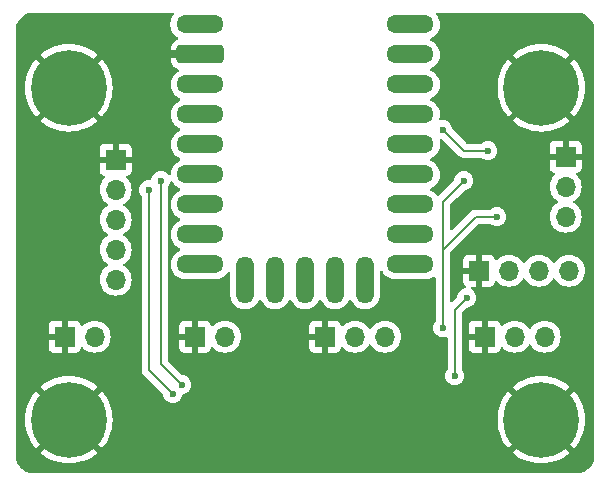
<source format=gbr>
%TF.GenerationSoftware,KiCad,Pcbnew,8.0.5*%
%TF.CreationDate,2024-09-18T02:56:45+09:00*%
%TF.ProjectId,MIDI_Pedal,4d494449-5f50-4656-9461-6c2e6b696361,rev?*%
%TF.SameCoordinates,Original*%
%TF.FileFunction,Copper,L2,Bot*%
%TF.FilePolarity,Positive*%
%FSLAX46Y46*%
G04 Gerber Fmt 4.6, Leading zero omitted, Abs format (unit mm)*
G04 Created by KiCad (PCBNEW 8.0.5) date 2024-09-18 02:56:45*
%MOMM*%
%LPD*%
G01*
G04 APERTURE LIST*
G04 Aperture macros list*
%AMRoundRect*
0 Rectangle with rounded corners*
0 $1 Rounding radius*
0 $2 $3 $4 $5 $6 $7 $8 $9 X,Y pos of 4 corners*
0 Add a 4 corners polygon primitive as box body*
4,1,4,$2,$3,$4,$5,$6,$7,$8,$9,$2,$3,0*
0 Add four circle primitives for the rounded corners*
1,1,$1+$1,$2,$3*
1,1,$1+$1,$4,$5*
1,1,$1+$1,$6,$7*
1,1,$1+$1,$8,$9*
0 Add four rect primitives between the rounded corners*
20,1,$1+$1,$2,$3,$4,$5,0*
20,1,$1+$1,$4,$5,$6,$7,0*
20,1,$1+$1,$6,$7,$8,$9,0*
20,1,$1+$1,$8,$9,$2,$3,0*%
G04 Aperture macros list end*
%TA.AperFunction,ComponentPad*%
%ADD10C,0.800000*%
%TD*%
%TA.AperFunction,ComponentPad*%
%ADD11C,6.400000*%
%TD*%
%TA.AperFunction,ComponentPad*%
%ADD12O,4.000000X1.500000*%
%TD*%
%TA.AperFunction,ComponentPad*%
%ADD13O,1.500000X4.000000*%
%TD*%
%TA.AperFunction,ComponentPad*%
%ADD14RoundRect,0.250000X-1.750000X-0.500000X1.750000X-0.500000X1.750000X0.500000X-1.750000X0.500000X0*%
%TD*%
%TA.AperFunction,ComponentPad*%
%ADD15R,1.700000X1.700000*%
%TD*%
%TA.AperFunction,ComponentPad*%
%ADD16O,1.700000X1.700000*%
%TD*%
%TA.AperFunction,ViaPad*%
%ADD17C,0.600000*%
%TD*%
%TA.AperFunction,Conductor*%
%ADD18C,0.200000*%
%TD*%
%TA.AperFunction,Conductor*%
%ADD19C,0.700000*%
%TD*%
G04 APERTURE END LIST*
D10*
%TO.P,H4,1,1*%
%TO.N,GND*%
X142600000Y-85000000D03*
X143302944Y-83302944D03*
X143302944Y-86697056D03*
X145000000Y-82600000D03*
D11*
X145000000Y-85000000D03*
D10*
X145000000Y-87400000D03*
X146697056Y-83302944D03*
X146697056Y-86697056D03*
X147400000Y-85000000D03*
%TD*%
%TO.P,H3,1,1*%
%TO.N,GND*%
X142600000Y-56900000D03*
X143302944Y-55202944D03*
X143302944Y-58597056D03*
X145000000Y-54500000D03*
D11*
X145000000Y-56900000D03*
D10*
X145000000Y-59300000D03*
X146697056Y-55202944D03*
X146697056Y-58597056D03*
X147400000Y-56900000D03*
%TD*%
%TO.P,H2,1,1*%
%TO.N,GND*%
X102600000Y-85000000D03*
X103302944Y-83302944D03*
X103302944Y-86697056D03*
X105000000Y-82600000D03*
D11*
X105000000Y-85000000D03*
D10*
X105000000Y-87400000D03*
X106697056Y-83302944D03*
X106697056Y-86697056D03*
X107400000Y-85000000D03*
%TD*%
%TO.P,H1,1,1*%
%TO.N,GND*%
X102600000Y-56900000D03*
X103302944Y-55202944D03*
X103302944Y-58597056D03*
X105000000Y-54500000D03*
D11*
X105000000Y-56900000D03*
D10*
X105000000Y-59300000D03*
X106697056Y-55202944D03*
X106697056Y-58597056D03*
X107400000Y-56900000D03*
%TD*%
D12*
%TO.P,U1,0,0*%
%TO.N,unconnected-(U1-Pad0)*%
X133920000Y-51540000D03*
%TO.P,U1,1,1*%
%TO.N,unconnected-(U1-Pad1)*%
X133920000Y-54080000D03*
%TO.P,U1,2,2*%
%TO.N,/I2C1_SDA*%
X133920000Y-56620000D03*
%TO.P,U1,3,3*%
%TO.N,/I2C1_SCL*%
X133920000Y-59160000D03*
%TO.P,U1,4,4*%
%TO.N,/I2C0_SDA*%
X133920000Y-61700000D03*
%TO.P,U1,5,5*%
%TO.N,/I2C0_SCL*%
X133920000Y-64240000D03*
%TO.P,U1,6,6*%
%TO.N,unconnected-(U1-Pad6)*%
X133920000Y-66780000D03*
%TO.P,U1,7,7*%
%TO.N,unconnected-(U1-Pad7)*%
X133920000Y-69320000D03*
%TO.P,U1,8,8*%
%TO.N,unconnected-(U1-Pad8)*%
X133920000Y-71860000D03*
D13*
%TO.P,U1,9,9*%
%TO.N,/SW6_PEDAL*%
X130080000Y-73160000D03*
%TO.P,U1,10,10*%
%TO.N,/SW5_PEDAL*%
X127540000Y-73160000D03*
%TO.P,U1,11,11*%
%TO.N,/SW4_PEDAL*%
X125000000Y-73160000D03*
%TO.P,U1,12,12*%
%TO.N,/SW3_PEDAL*%
X122460000Y-73160000D03*
%TO.P,U1,13,13*%
%TO.N,/SW2_PEDAL*%
X119920000Y-73160000D03*
D12*
%TO.P,U1,14,14*%
%TO.N,/SW1_PEDAL*%
X116130000Y-71860000D03*
%TO.P,U1,15,15*%
%TO.N,/RTEN_CLK*%
X116130000Y-69320000D03*
%TO.P,U1,26,26*%
%TO.N,/RTEN_DT*%
X116130000Y-66780000D03*
%TO.P,U1,27,27*%
%TO.N,/RTEN_SW*%
X116130000Y-64240000D03*
%TO.P,U1,28,28*%
%TO.N,unconnected-(U1-Pad28)*%
X116130000Y-61700000D03*
%TO.P,U1,29,29*%
%TO.N,unconnected-(U1-Pad29)*%
X116130000Y-59160000D03*
%TO.P,U1,30,3V3*%
%TO.N,+3V3*%
X116130000Y-56620000D03*
D14*
%TO.P,U1,31,GND*%
%TO.N,GND*%
X116130000Y-54080000D03*
D12*
%TO.P,U1,32,5V*%
%TO.N,VCC*%
X116080000Y-51540000D03*
%TD*%
D15*
%TO.P,J5,1,Pin_1*%
%TO.N,GND*%
X115668000Y-77978000D03*
D16*
%TO.P,J5,2,Pin_2*%
%TO.N,/SW2_PEDAL*%
X118208000Y-77978000D03*
%TD*%
D15*
%TO.P,J7,1,Pin_1*%
%TO.N,GND*%
X140208000Y-77978000D03*
D16*
%TO.P,J7,2,Pin_2*%
%TO.N,/SW5_PEDAL*%
X142748000Y-77978000D03*
%TO.P,J7,3,Pin_3*%
%TO.N,/SW6_PEDAL*%
X145288000Y-77978000D03*
%TD*%
D15*
%TO.P,J1,1,Pin_1*%
%TO.N,GND*%
X139710000Y-72390000D03*
D16*
%TO.P,J1,2,Pin_2*%
%TO.N,VCC*%
X142250000Y-72390000D03*
%TO.P,J1,3,Pin_3*%
%TO.N,/I2C0_SCL*%
X144790000Y-72390000D03*
%TO.P,J1,4,Pin_4*%
%TO.N,/I2C0_SDA*%
X147330000Y-72390000D03*
%TD*%
D15*
%TO.P,J6,1,Pin_1*%
%TO.N,GND*%
X126688000Y-77978000D03*
D16*
%TO.P,J6,2,Pin_2*%
%TO.N,/SW3_PEDAL*%
X129228000Y-77978000D03*
%TO.P,J6,3,Pin_3*%
%TO.N,/SW4_PEDAL*%
X131768000Y-77978000D03*
%TD*%
D15*
%TO.P,J2,1,Pin_1*%
%TO.N,GND*%
X108966000Y-62992000D03*
D16*
%TO.P,J2,2,Pin_2*%
%TO.N,VCC*%
X108966000Y-65532000D03*
%TO.P,J2,3,Pin_3*%
%TO.N,/RTEN_SW*%
X108966000Y-68072000D03*
%TO.P,J2,4,Pin_4*%
%TO.N,/RTEN_DT*%
X108966000Y-70612000D03*
%TO.P,J2,5,Pin_5*%
%TO.N,/RTEN_CLK*%
X108966000Y-73152000D03*
%TD*%
D15*
%TO.P,J4,1,Pin_1*%
%TO.N,GND*%
X104648000Y-77978000D03*
D16*
%TO.P,J4,2,Pin_2*%
%TO.N,/SW1_PEDAL*%
X107188000Y-77978000D03*
%TD*%
D15*
%TO.P,J3,1,Pin_1*%
%TO.N,GND*%
X147066000Y-62738000D03*
D16*
%TO.P,J3,2,Pin_2*%
%TO.N,/EXP_PEDAL*%
X147066000Y-65278000D03*
%TO.P,J3,3,Pin_3*%
%TO.N,+3V3*%
X147066000Y-67818000D03*
%TD*%
D17*
%TO.N,GND*%
X126492000Y-84074000D03*
X139954000Y-59436000D03*
X146050000Y-74930000D03*
X141224000Y-81534000D03*
X129540000Y-80010000D03*
X132842000Y-87122000D03*
X109728000Y-53594000D03*
X102362000Y-64516000D03*
X104394000Y-69088000D03*
X102362000Y-74168000D03*
X109474000Y-81026000D03*
X121158000Y-85852000D03*
X120650000Y-79756000D03*
X112522000Y-87122000D03*
X112776000Y-55118000D03*
%TO.N,VCC*%
X138684000Y-74676000D03*
X137668000Y-81280000D03*
X113792000Y-82804000D03*
X111760000Y-65532000D03*
%TO.N,+3V3*%
X141224000Y-67818000D03*
X136652000Y-77216000D03*
X114554000Y-82042000D03*
X112776000Y-64770000D03*
%TO.N,GND*%
X144272000Y-61468000D03*
X144780000Y-64770000D03*
X138684000Y-66548000D03*
%TO.N,/I2C1_SCL*%
X140462000Y-62230000D03*
X136652000Y-60452000D03*
%TO.N,+3V3*%
X138430000Y-64770000D03*
%TD*%
D18*
%TO.N,+3V3*%
X136652000Y-77216000D02*
X136652000Y-71120000D01*
D19*
%TO.N,GND*%
X117380000Y-54080000D02*
X113306000Y-54080000D01*
D18*
%TO.N,VCC*%
X137668000Y-75692000D02*
X138684000Y-74676000D01*
X111760000Y-80772000D02*
X111760000Y-65532000D01*
X113792000Y-82804000D02*
X111760000Y-80772000D01*
%TO.N,+3V3*%
X112776000Y-80264000D02*
X114554000Y-82042000D01*
X112776000Y-64770000D02*
X112776000Y-80264000D01*
%TO.N,/I2C1_SCL*%
X138430000Y-62230000D02*
X140462000Y-62230000D01*
X136652000Y-60452000D02*
X138430000Y-62230000D01*
%TO.N,+3V3*%
X136652000Y-70612000D02*
X139446000Y-67818000D01*
X139446000Y-67818000D02*
X141224000Y-67818000D01*
%TO.N,VCC*%
X137668000Y-81280000D02*
X137668000Y-75692000D01*
%TO.N,+3V3*%
X136652000Y-71120000D02*
X136652000Y-70612000D01*
X136652000Y-71120000D02*
X136652000Y-66548000D01*
X136652000Y-66548000D02*
X138430000Y-64770000D01*
%TD*%
%TA.AperFunction,Conductor*%
%TO.N,GND*%
G36*
X113835605Y-50558185D02*
G01*
X113881360Y-50610989D01*
X113891304Y-50680147D01*
X113868884Y-50735383D01*
X113838983Y-50776540D01*
X113760476Y-50884594D01*
X113671117Y-51059970D01*
X113610290Y-51247173D01*
X113579500Y-51441577D01*
X113579500Y-51638422D01*
X113610290Y-51832826D01*
X113671117Y-52020029D01*
X113760476Y-52195405D01*
X113876172Y-52354646D01*
X114015354Y-52493828D01*
X114174595Y-52609524D01*
X114205483Y-52625262D01*
X114256279Y-52673235D01*
X114273075Y-52741056D01*
X114250539Y-52807191D01*
X114195824Y-52850643D01*
X114188194Y-52853453D01*
X114060878Y-52895642D01*
X114060875Y-52895643D01*
X113911654Y-52987684D01*
X113787684Y-53111654D01*
X113695643Y-53260875D01*
X113695641Y-53260880D01*
X113640494Y-53427302D01*
X113640493Y-53427309D01*
X113630000Y-53530013D01*
X113630000Y-54629971D01*
X113630001Y-54629987D01*
X113640494Y-54732697D01*
X113695641Y-54899119D01*
X113695643Y-54899124D01*
X113787684Y-55048345D01*
X113911654Y-55172315D01*
X114060875Y-55264356D01*
X114060880Y-55264358D01*
X114218490Y-55316585D01*
X114275935Y-55356358D01*
X114302758Y-55420873D01*
X114290443Y-55489649D01*
X114242900Y-55540849D01*
X114235784Y-55544774D01*
X114224597Y-55550474D01*
X114144974Y-55608324D01*
X114065354Y-55666172D01*
X114065352Y-55666174D01*
X114065351Y-55666174D01*
X113926174Y-55805351D01*
X113926174Y-55805352D01*
X113926172Y-55805354D01*
X113888162Y-55857670D01*
X113810476Y-55964594D01*
X113721117Y-56139970D01*
X113660290Y-56327173D01*
X113629500Y-56521577D01*
X113629500Y-56718422D01*
X113660290Y-56912826D01*
X113721117Y-57100029D01*
X113799342Y-57253553D01*
X113810476Y-57275405D01*
X113926172Y-57434646D01*
X114065354Y-57573828D01*
X114224595Y-57689524D01*
X114347992Y-57752397D01*
X114401213Y-57779515D01*
X114452009Y-57827489D01*
X114468804Y-57895310D01*
X114446267Y-57961445D01*
X114401213Y-58000485D01*
X114224594Y-58090476D01*
X114133741Y-58156485D01*
X114065354Y-58206172D01*
X114065352Y-58206174D01*
X114065351Y-58206174D01*
X113926174Y-58345351D01*
X113926174Y-58345352D01*
X113926172Y-58345354D01*
X113898981Y-58382779D01*
X113810476Y-58504594D01*
X113721117Y-58679970D01*
X113660290Y-58867173D01*
X113629500Y-59061577D01*
X113629500Y-59258422D01*
X113660290Y-59452826D01*
X113721117Y-59640029D01*
X113773274Y-59742392D01*
X113810476Y-59815405D01*
X113926172Y-59974646D01*
X114065354Y-60113828D01*
X114224595Y-60229524D01*
X114309418Y-60272743D01*
X114401213Y-60319515D01*
X114452009Y-60367489D01*
X114468804Y-60435310D01*
X114446267Y-60501445D01*
X114401213Y-60540485D01*
X114224594Y-60630476D01*
X114169680Y-60670374D01*
X114065354Y-60746172D01*
X114065352Y-60746174D01*
X114065351Y-60746174D01*
X113926174Y-60885351D01*
X113926174Y-60885352D01*
X113926172Y-60885354D01*
X113876485Y-60953741D01*
X113810476Y-61044594D01*
X113721117Y-61219970D01*
X113660290Y-61407173D01*
X113629500Y-61601577D01*
X113629500Y-61798422D01*
X113660290Y-61992826D01*
X113721117Y-62180029D01*
X113801557Y-62337901D01*
X113810476Y-62355405D01*
X113926172Y-62514646D01*
X114065354Y-62653828D01*
X114224595Y-62769524D01*
X114291917Y-62803826D01*
X114401213Y-62859515D01*
X114452009Y-62907489D01*
X114468804Y-62975310D01*
X114446267Y-63041445D01*
X114401213Y-63080485D01*
X114224594Y-63170476D01*
X114133741Y-63236485D01*
X114065354Y-63286172D01*
X114065352Y-63286174D01*
X114065351Y-63286174D01*
X113926174Y-63425351D01*
X113926174Y-63425352D01*
X113926172Y-63425354D01*
X113902508Y-63457925D01*
X113810476Y-63584594D01*
X113721117Y-63759970D01*
X113660290Y-63947173D01*
X113629500Y-64141577D01*
X113629500Y-64193857D01*
X113609815Y-64260896D01*
X113557011Y-64306651D01*
X113487853Y-64316595D01*
X113424297Y-64287570D01*
X113408556Y-64271174D01*
X113405814Y-64267736D01*
X113278262Y-64140184D01*
X113125523Y-64044211D01*
X112955254Y-63984631D01*
X112955249Y-63984630D01*
X112776004Y-63964435D01*
X112775996Y-63964435D01*
X112596750Y-63984630D01*
X112596745Y-63984631D01*
X112426476Y-64044211D01*
X112273737Y-64140184D01*
X112146184Y-64267737D01*
X112050210Y-64420478D01*
X111990630Y-64590750D01*
X111986526Y-64627175D01*
X111959458Y-64691588D01*
X111901862Y-64731142D01*
X111849424Y-64736509D01*
X111760005Y-64726435D01*
X111759996Y-64726435D01*
X111580750Y-64746630D01*
X111580745Y-64746631D01*
X111410476Y-64806211D01*
X111257737Y-64902184D01*
X111130184Y-65029737D01*
X111034211Y-65182476D01*
X110974631Y-65352745D01*
X110974630Y-65352750D01*
X110954435Y-65531996D01*
X110954435Y-65532003D01*
X110974630Y-65711249D01*
X110974631Y-65711254D01*
X111034211Y-65881523D01*
X111080902Y-65955830D01*
X111109175Y-66000827D01*
X111130185Y-66034263D01*
X111132445Y-66037097D01*
X111133334Y-66039275D01*
X111133889Y-66040158D01*
X111133734Y-66040255D01*
X111158855Y-66101783D01*
X111159500Y-66114412D01*
X111159500Y-80685330D01*
X111159499Y-80685348D01*
X111159499Y-80851054D01*
X111159498Y-80851054D01*
X111200423Y-81003785D01*
X111229358Y-81053900D01*
X111229359Y-81053904D01*
X111229360Y-81053904D01*
X111279479Y-81140714D01*
X111279481Y-81140717D01*
X111398349Y-81259585D01*
X111398355Y-81259590D01*
X112961298Y-82822533D01*
X112994783Y-82883856D01*
X112996837Y-82896330D01*
X113006630Y-82983249D01*
X113066210Y-83153521D01*
X113162184Y-83306262D01*
X113289738Y-83433816D01*
X113442478Y-83529789D01*
X113612745Y-83589368D01*
X113612750Y-83589369D01*
X113791996Y-83609565D01*
X113792000Y-83609565D01*
X113792004Y-83609565D01*
X113971249Y-83589369D01*
X113971252Y-83589368D01*
X113971255Y-83589368D01*
X114141522Y-83529789D01*
X114294262Y-83433816D01*
X114421816Y-83306262D01*
X114517789Y-83153522D01*
X114577368Y-82983255D01*
X114577369Y-82983249D01*
X114582082Y-82941420D01*
X114609148Y-82877005D01*
X114666742Y-82837450D01*
X114691420Y-82832082D01*
X114733249Y-82827369D01*
X114733252Y-82827368D01*
X114733255Y-82827368D01*
X114903522Y-82767789D01*
X115056262Y-82671816D01*
X115183816Y-82544262D01*
X115279789Y-82391522D01*
X115339368Y-82221255D01*
X115340513Y-82211095D01*
X115359565Y-82042003D01*
X115359565Y-82041996D01*
X115339369Y-81862750D01*
X115339368Y-81862745D01*
X115279788Y-81692476D01*
X115183815Y-81539737D01*
X115056262Y-81412184D01*
X114903521Y-81316210D01*
X114733249Y-81256630D01*
X114646331Y-81246837D01*
X114581917Y-81219770D01*
X114572534Y-81211298D01*
X113412819Y-80051583D01*
X113379334Y-79990260D01*
X113376500Y-79963902D01*
X113376500Y-77080155D01*
X114318000Y-77080155D01*
X114318000Y-77728000D01*
X115234988Y-77728000D01*
X115202075Y-77785007D01*
X115168000Y-77912174D01*
X115168000Y-78043826D01*
X115202075Y-78170993D01*
X115234988Y-78228000D01*
X114318000Y-78228000D01*
X114318000Y-78875844D01*
X114324401Y-78935372D01*
X114324403Y-78935379D01*
X114374645Y-79070086D01*
X114374649Y-79070093D01*
X114460809Y-79185187D01*
X114460812Y-79185190D01*
X114575906Y-79271350D01*
X114575913Y-79271354D01*
X114710620Y-79321596D01*
X114710627Y-79321598D01*
X114770155Y-79327999D01*
X114770172Y-79328000D01*
X115418000Y-79328000D01*
X115418000Y-78411012D01*
X115475007Y-78443925D01*
X115602174Y-78478000D01*
X115733826Y-78478000D01*
X115860993Y-78443925D01*
X115918000Y-78411012D01*
X115918000Y-79328000D01*
X116565828Y-79328000D01*
X116565844Y-79327999D01*
X116625372Y-79321598D01*
X116625379Y-79321596D01*
X116760086Y-79271354D01*
X116760093Y-79271350D01*
X116875187Y-79185190D01*
X116875190Y-79185187D01*
X116961350Y-79070093D01*
X116961354Y-79070086D01*
X117010422Y-78938529D01*
X117052293Y-78882595D01*
X117117757Y-78858178D01*
X117186030Y-78873030D01*
X117214285Y-78894181D01*
X117336599Y-79016495D01*
X117413135Y-79070086D01*
X117530165Y-79152032D01*
X117530167Y-79152033D01*
X117530170Y-79152035D01*
X117744337Y-79251903D01*
X117972592Y-79313063D01*
X118143319Y-79328000D01*
X118207999Y-79333659D01*
X118208000Y-79333659D01*
X118208001Y-79333659D01*
X118272681Y-79328000D01*
X118443408Y-79313063D01*
X118671663Y-79251903D01*
X118885830Y-79152035D01*
X119079401Y-79016495D01*
X119246495Y-78849401D01*
X119382035Y-78655830D01*
X119481903Y-78441663D01*
X119543063Y-78213408D01*
X119563659Y-77978000D01*
X119543063Y-77742592D01*
X119481903Y-77514337D01*
X119382035Y-77300171D01*
X119376425Y-77292158D01*
X119246494Y-77106597D01*
X119220052Y-77080155D01*
X125338000Y-77080155D01*
X125338000Y-77728000D01*
X126254988Y-77728000D01*
X126222075Y-77785007D01*
X126188000Y-77912174D01*
X126188000Y-78043826D01*
X126222075Y-78170993D01*
X126254988Y-78228000D01*
X125338000Y-78228000D01*
X125338000Y-78875844D01*
X125344401Y-78935372D01*
X125344403Y-78935379D01*
X125394645Y-79070086D01*
X125394649Y-79070093D01*
X125480809Y-79185187D01*
X125480812Y-79185190D01*
X125595906Y-79271350D01*
X125595913Y-79271354D01*
X125730620Y-79321596D01*
X125730627Y-79321598D01*
X125790155Y-79327999D01*
X125790172Y-79328000D01*
X126438000Y-79328000D01*
X126438000Y-78411012D01*
X126495007Y-78443925D01*
X126622174Y-78478000D01*
X126753826Y-78478000D01*
X126880993Y-78443925D01*
X126938000Y-78411012D01*
X126938000Y-79328000D01*
X127585828Y-79328000D01*
X127585844Y-79327999D01*
X127645372Y-79321598D01*
X127645379Y-79321596D01*
X127780086Y-79271354D01*
X127780093Y-79271350D01*
X127895187Y-79185190D01*
X127895190Y-79185187D01*
X127981350Y-79070093D01*
X127981354Y-79070086D01*
X128030422Y-78938529D01*
X128072293Y-78882595D01*
X128137757Y-78858178D01*
X128206030Y-78873030D01*
X128234285Y-78894181D01*
X128356599Y-79016495D01*
X128433135Y-79070086D01*
X128550165Y-79152032D01*
X128550167Y-79152033D01*
X128550170Y-79152035D01*
X128764337Y-79251903D01*
X128992592Y-79313063D01*
X129163319Y-79328000D01*
X129227999Y-79333659D01*
X129228000Y-79333659D01*
X129228001Y-79333659D01*
X129292681Y-79328000D01*
X129463408Y-79313063D01*
X129691663Y-79251903D01*
X129905830Y-79152035D01*
X130099401Y-79016495D01*
X130266495Y-78849401D01*
X130396425Y-78663842D01*
X130451002Y-78620217D01*
X130520500Y-78613023D01*
X130582855Y-78644546D01*
X130599575Y-78663842D01*
X130729500Y-78849395D01*
X130729505Y-78849401D01*
X130896599Y-79016495D01*
X130973135Y-79070086D01*
X131090165Y-79152032D01*
X131090167Y-79152033D01*
X131090170Y-79152035D01*
X131304337Y-79251903D01*
X131532592Y-79313063D01*
X131703319Y-79328000D01*
X131767999Y-79333659D01*
X131768000Y-79333659D01*
X131768001Y-79333659D01*
X131832681Y-79328000D01*
X132003408Y-79313063D01*
X132231663Y-79251903D01*
X132445830Y-79152035D01*
X132639401Y-79016495D01*
X132806495Y-78849401D01*
X132942035Y-78655830D01*
X133041903Y-78441663D01*
X133103063Y-78213408D01*
X133123659Y-77978000D01*
X133103063Y-77742592D01*
X133041903Y-77514337D01*
X132942035Y-77300171D01*
X132936425Y-77292158D01*
X132806494Y-77106597D01*
X132639402Y-76939506D01*
X132639395Y-76939501D01*
X132445834Y-76803967D01*
X132445830Y-76803965D01*
X132374727Y-76770809D01*
X132231663Y-76704097D01*
X132231659Y-76704096D01*
X132231655Y-76704094D01*
X132003413Y-76642938D01*
X132003403Y-76642936D01*
X131768001Y-76622341D01*
X131767999Y-76622341D01*
X131532596Y-76642936D01*
X131532586Y-76642938D01*
X131304344Y-76704094D01*
X131304335Y-76704098D01*
X131090171Y-76803964D01*
X131090169Y-76803965D01*
X130896597Y-76939505D01*
X130729505Y-77106597D01*
X130599575Y-77292158D01*
X130544998Y-77335783D01*
X130475500Y-77342977D01*
X130413145Y-77311454D01*
X130396425Y-77292158D01*
X130266494Y-77106597D01*
X130099402Y-76939506D01*
X130099395Y-76939501D01*
X129905834Y-76803967D01*
X129905830Y-76803965D01*
X129834727Y-76770809D01*
X129691663Y-76704097D01*
X129691659Y-76704096D01*
X129691655Y-76704094D01*
X129463413Y-76642938D01*
X129463403Y-76642936D01*
X129228001Y-76622341D01*
X129227999Y-76622341D01*
X128992596Y-76642936D01*
X128992586Y-76642938D01*
X128764344Y-76704094D01*
X128764335Y-76704098D01*
X128550171Y-76803964D01*
X128550169Y-76803965D01*
X128356600Y-76939503D01*
X128234284Y-77061819D01*
X128172961Y-77095303D01*
X128103269Y-77090319D01*
X128047336Y-77048447D01*
X128030421Y-77017470D01*
X127981354Y-76885913D01*
X127981350Y-76885906D01*
X127895190Y-76770812D01*
X127895187Y-76770809D01*
X127780093Y-76684649D01*
X127780086Y-76684645D01*
X127645379Y-76634403D01*
X127645372Y-76634401D01*
X127585844Y-76628000D01*
X126938000Y-76628000D01*
X126938000Y-77544988D01*
X126880993Y-77512075D01*
X126753826Y-77478000D01*
X126622174Y-77478000D01*
X126495007Y-77512075D01*
X126438000Y-77544988D01*
X126438000Y-76628000D01*
X125790155Y-76628000D01*
X125730627Y-76634401D01*
X125730620Y-76634403D01*
X125595913Y-76684645D01*
X125595906Y-76684649D01*
X125480812Y-76770809D01*
X125480809Y-76770812D01*
X125394649Y-76885906D01*
X125394645Y-76885913D01*
X125344403Y-77020620D01*
X125344401Y-77020627D01*
X125338000Y-77080155D01*
X119220052Y-77080155D01*
X119079402Y-76939506D01*
X119079395Y-76939501D01*
X118885834Y-76803967D01*
X118885830Y-76803965D01*
X118814727Y-76770809D01*
X118671663Y-76704097D01*
X118671659Y-76704096D01*
X118671655Y-76704094D01*
X118443413Y-76642938D01*
X118443403Y-76642936D01*
X118208001Y-76622341D01*
X118207999Y-76622341D01*
X117972596Y-76642936D01*
X117972586Y-76642938D01*
X117744344Y-76704094D01*
X117744335Y-76704098D01*
X117530171Y-76803964D01*
X117530169Y-76803965D01*
X117336600Y-76939503D01*
X117214284Y-77061819D01*
X117152961Y-77095303D01*
X117083269Y-77090319D01*
X117027336Y-77048447D01*
X117010421Y-77017470D01*
X116961354Y-76885913D01*
X116961350Y-76885906D01*
X116875190Y-76770812D01*
X116875187Y-76770809D01*
X116760093Y-76684649D01*
X116760086Y-76684645D01*
X116625379Y-76634403D01*
X116625372Y-76634401D01*
X116565844Y-76628000D01*
X115918000Y-76628000D01*
X115918000Y-77544988D01*
X115860993Y-77512075D01*
X115733826Y-77478000D01*
X115602174Y-77478000D01*
X115475007Y-77512075D01*
X115418000Y-77544988D01*
X115418000Y-76628000D01*
X114770155Y-76628000D01*
X114710627Y-76634401D01*
X114710620Y-76634403D01*
X114575913Y-76684645D01*
X114575906Y-76684649D01*
X114460812Y-76770809D01*
X114460809Y-76770812D01*
X114374649Y-76885906D01*
X114374645Y-76885913D01*
X114324403Y-77020620D01*
X114324401Y-77020627D01*
X114318000Y-77080155D01*
X113376500Y-77080155D01*
X113376500Y-65352412D01*
X113396185Y-65285373D01*
X113403555Y-65275097D01*
X113405810Y-65272267D01*
X113405816Y-65272262D01*
X113501789Y-65119522D01*
X113561368Y-64949255D01*
X113565213Y-64915133D01*
X113592279Y-64850719D01*
X113649873Y-64811164D01*
X113719710Y-64809025D01*
X113779617Y-64844983D01*
X113798917Y-64872720D01*
X113810476Y-64895405D01*
X113926172Y-65054646D01*
X114065354Y-65193828D01*
X114224595Y-65309524D01*
X114347992Y-65372397D01*
X114401213Y-65399515D01*
X114452009Y-65447489D01*
X114468804Y-65515310D01*
X114446267Y-65581445D01*
X114401213Y-65620485D01*
X114224594Y-65710476D01*
X114146242Y-65767403D01*
X114065354Y-65826172D01*
X114065352Y-65826174D01*
X114065351Y-65826174D01*
X113926174Y-65965351D01*
X113926174Y-65965352D01*
X113926172Y-65965354D01*
X113901434Y-65999403D01*
X113810476Y-66124594D01*
X113721117Y-66299970D01*
X113660290Y-66487173D01*
X113629500Y-66681577D01*
X113629500Y-66878422D01*
X113660290Y-67072826D01*
X113721117Y-67260029D01*
X113789465Y-67394169D01*
X113810476Y-67435405D01*
X113926172Y-67594646D01*
X114065354Y-67733828D01*
X114224595Y-67849524D01*
X114347992Y-67912397D01*
X114401213Y-67939515D01*
X114452009Y-67987489D01*
X114468804Y-68055310D01*
X114446267Y-68121445D01*
X114401213Y-68160485D01*
X114224594Y-68250476D01*
X114146242Y-68307403D01*
X114065354Y-68366172D01*
X114065352Y-68366174D01*
X114065351Y-68366174D01*
X113926174Y-68505351D01*
X113926174Y-68505352D01*
X113926172Y-68505354D01*
X113898248Y-68543788D01*
X113810476Y-68664594D01*
X113721117Y-68839970D01*
X113660290Y-69027173D01*
X113629500Y-69221577D01*
X113629500Y-69418422D01*
X113660290Y-69612826D01*
X113721117Y-69800029D01*
X113789465Y-69934169D01*
X113810476Y-69975405D01*
X113926172Y-70134646D01*
X114065354Y-70273828D01*
X114224595Y-70389524D01*
X114347992Y-70452397D01*
X114401213Y-70479515D01*
X114452009Y-70527489D01*
X114468804Y-70595310D01*
X114446267Y-70661445D01*
X114401213Y-70700485D01*
X114224594Y-70790476D01*
X114149470Y-70845058D01*
X114065354Y-70906172D01*
X114065352Y-70906174D01*
X114065351Y-70906174D01*
X113926174Y-71045351D01*
X113926174Y-71045352D01*
X113926172Y-71045354D01*
X113903447Y-71076632D01*
X113810476Y-71204594D01*
X113721117Y-71379970D01*
X113660290Y-71567173D01*
X113629500Y-71761577D01*
X113629500Y-71958422D01*
X113660290Y-72152826D01*
X113721117Y-72340029D01*
X113789465Y-72474169D01*
X113810476Y-72515405D01*
X113926172Y-72674646D01*
X114065354Y-72813828D01*
X114224595Y-72929524D01*
X114266258Y-72950752D01*
X114399970Y-73018882D01*
X114399972Y-73018882D01*
X114399975Y-73018884D01*
X114441010Y-73032217D01*
X114587173Y-73079709D01*
X114781578Y-73110500D01*
X114781583Y-73110500D01*
X117478422Y-73110500D01*
X117672826Y-73079709D01*
X117709373Y-73067834D01*
X117860025Y-73018884D01*
X118035405Y-72929524D01*
X118194646Y-72813828D01*
X118333828Y-72674646D01*
X118445182Y-72521380D01*
X118500512Y-72478716D01*
X118570126Y-72472737D01*
X118631921Y-72505343D01*
X118666278Y-72566182D01*
X118669500Y-72594267D01*
X118669500Y-74508422D01*
X118700290Y-74702826D01*
X118761117Y-74890029D01*
X118830155Y-75025523D01*
X118850476Y-75065405D01*
X118966172Y-75224646D01*
X119105354Y-75363828D01*
X119264595Y-75479524D01*
X119347455Y-75521743D01*
X119439970Y-75568882D01*
X119439972Y-75568882D01*
X119439975Y-75568884D01*
X119540317Y-75601487D01*
X119627173Y-75629709D01*
X119821578Y-75660500D01*
X119821583Y-75660500D01*
X120018422Y-75660500D01*
X120212826Y-75629709D01*
X120400025Y-75568884D01*
X120575405Y-75479524D01*
X120734646Y-75363828D01*
X120873828Y-75224646D01*
X120989524Y-75065405D01*
X121009845Y-75025522D01*
X121079515Y-74888787D01*
X121127489Y-74837990D01*
X121195310Y-74821195D01*
X121261445Y-74843732D01*
X121300485Y-74888787D01*
X121390474Y-75065403D01*
X121397508Y-75075084D01*
X121506172Y-75224646D01*
X121645354Y-75363828D01*
X121804595Y-75479524D01*
X121887455Y-75521743D01*
X121979970Y-75568882D01*
X121979972Y-75568882D01*
X121979975Y-75568884D01*
X122080317Y-75601487D01*
X122167173Y-75629709D01*
X122361578Y-75660500D01*
X122361583Y-75660500D01*
X122558422Y-75660500D01*
X122752826Y-75629709D01*
X122940025Y-75568884D01*
X123115405Y-75479524D01*
X123274646Y-75363828D01*
X123413828Y-75224646D01*
X123529524Y-75065405D01*
X123549845Y-75025522D01*
X123619515Y-74888787D01*
X123667489Y-74837990D01*
X123735310Y-74821195D01*
X123801445Y-74843732D01*
X123840485Y-74888787D01*
X123930474Y-75065403D01*
X123937508Y-75075084D01*
X124046172Y-75224646D01*
X124185354Y-75363828D01*
X124344595Y-75479524D01*
X124427455Y-75521743D01*
X124519970Y-75568882D01*
X124519972Y-75568882D01*
X124519975Y-75568884D01*
X124620317Y-75601487D01*
X124707173Y-75629709D01*
X124901578Y-75660500D01*
X124901583Y-75660500D01*
X125098422Y-75660500D01*
X125292826Y-75629709D01*
X125480025Y-75568884D01*
X125655405Y-75479524D01*
X125814646Y-75363828D01*
X125953828Y-75224646D01*
X126069524Y-75065405D01*
X126089845Y-75025522D01*
X126159515Y-74888787D01*
X126207489Y-74837990D01*
X126275310Y-74821195D01*
X126341445Y-74843732D01*
X126380485Y-74888787D01*
X126470474Y-75065403D01*
X126477508Y-75075084D01*
X126586172Y-75224646D01*
X126725354Y-75363828D01*
X126884595Y-75479524D01*
X126967455Y-75521743D01*
X127059970Y-75568882D01*
X127059972Y-75568882D01*
X127059975Y-75568884D01*
X127160317Y-75601487D01*
X127247173Y-75629709D01*
X127441578Y-75660500D01*
X127441583Y-75660500D01*
X127638422Y-75660500D01*
X127832826Y-75629709D01*
X128020025Y-75568884D01*
X128195405Y-75479524D01*
X128354646Y-75363828D01*
X128493828Y-75224646D01*
X128609524Y-75065405D01*
X128629845Y-75025522D01*
X128699515Y-74888787D01*
X128747489Y-74837990D01*
X128815310Y-74821195D01*
X128881445Y-74843732D01*
X128920485Y-74888787D01*
X129010474Y-75065403D01*
X129017508Y-75075084D01*
X129126172Y-75224646D01*
X129265354Y-75363828D01*
X129424595Y-75479524D01*
X129507455Y-75521743D01*
X129599970Y-75568882D01*
X129599972Y-75568882D01*
X129599975Y-75568884D01*
X129700317Y-75601487D01*
X129787173Y-75629709D01*
X129981578Y-75660500D01*
X129981583Y-75660500D01*
X130178422Y-75660500D01*
X130372826Y-75629709D01*
X130560025Y-75568884D01*
X130735405Y-75479524D01*
X130894646Y-75363828D01*
X131033828Y-75224646D01*
X131149524Y-75065405D01*
X131238884Y-74890025D01*
X131299709Y-74702826D01*
X131303958Y-74676000D01*
X131330500Y-74508422D01*
X131330500Y-72502044D01*
X131350185Y-72435005D01*
X131402989Y-72389250D01*
X131472147Y-72379306D01*
X131535703Y-72408331D01*
X131564985Y-72445750D01*
X131600474Y-72515403D01*
X131635234Y-72563246D01*
X131716172Y-72674646D01*
X131855354Y-72813828D01*
X132014595Y-72929524D01*
X132056258Y-72950752D01*
X132189970Y-73018882D01*
X132189972Y-73018882D01*
X132189975Y-73018884D01*
X132231010Y-73032217D01*
X132377173Y-73079709D01*
X132571578Y-73110500D01*
X132571583Y-73110500D01*
X135268422Y-73110500D01*
X135462826Y-73079709D01*
X135499373Y-73067834D01*
X135650025Y-73018884D01*
X135825405Y-72929524D01*
X135854614Y-72908301D01*
X135920420Y-72884822D01*
X135988474Y-72900647D01*
X136037169Y-72950752D01*
X136051500Y-73008620D01*
X136051500Y-76633587D01*
X136031815Y-76700626D01*
X136024450Y-76710896D01*
X136022186Y-76713734D01*
X135926211Y-76866476D01*
X135866631Y-77036745D01*
X135866630Y-77036750D01*
X135846435Y-77215996D01*
X135846435Y-77216003D01*
X135866630Y-77395249D01*
X135866631Y-77395254D01*
X135926211Y-77565523D01*
X135933989Y-77577901D01*
X136022184Y-77718262D01*
X136149738Y-77845816D01*
X136302478Y-77941789D01*
X136405963Y-77978000D01*
X136472745Y-78001368D01*
X136472750Y-78001369D01*
X136651996Y-78021565D01*
X136652000Y-78021565D01*
X136652004Y-78021565D01*
X136831249Y-78001369D01*
X136831251Y-78001368D01*
X136831255Y-78001368D01*
X136831258Y-78001366D01*
X136831262Y-78001366D01*
X136902545Y-77976423D01*
X136972323Y-77972860D01*
X137032951Y-78007589D01*
X137065179Y-78069582D01*
X137067500Y-78093464D01*
X137067500Y-80697587D01*
X137047815Y-80764626D01*
X137040450Y-80774896D01*
X137038186Y-80777734D01*
X136942211Y-80930476D01*
X136882631Y-81100745D01*
X136882630Y-81100750D01*
X136862435Y-81279996D01*
X136862435Y-81280003D01*
X136882630Y-81459249D01*
X136882631Y-81459254D01*
X136942211Y-81629523D01*
X136981769Y-81692478D01*
X137038184Y-81782262D01*
X137165738Y-81909816D01*
X137318478Y-82005789D01*
X137421952Y-82041996D01*
X137488745Y-82065368D01*
X137488750Y-82065369D01*
X137667996Y-82085565D01*
X137668000Y-82085565D01*
X137668004Y-82085565D01*
X137847249Y-82065369D01*
X137847252Y-82065368D01*
X137847255Y-82065368D01*
X138017522Y-82005789D01*
X138170262Y-81909816D01*
X138297816Y-81782262D01*
X138393789Y-81629522D01*
X138453368Y-81459255D01*
X138458672Y-81412184D01*
X138473565Y-81280003D01*
X138473565Y-81279996D01*
X138453369Y-81100750D01*
X138453368Y-81100745D01*
X138393788Y-80930476D01*
X138343885Y-80851057D01*
X138297816Y-80777738D01*
X138297814Y-80777736D01*
X138297813Y-80777734D01*
X138295550Y-80774896D01*
X138294659Y-80772715D01*
X138294111Y-80771842D01*
X138294264Y-80771745D01*
X138269144Y-80710209D01*
X138268500Y-80697587D01*
X138268500Y-77080155D01*
X138858000Y-77080155D01*
X138858000Y-77728000D01*
X139774988Y-77728000D01*
X139742075Y-77785007D01*
X139708000Y-77912174D01*
X139708000Y-78043826D01*
X139742075Y-78170993D01*
X139774988Y-78228000D01*
X138858000Y-78228000D01*
X138858000Y-78875844D01*
X138864401Y-78935372D01*
X138864403Y-78935379D01*
X138914645Y-79070086D01*
X138914649Y-79070093D01*
X139000809Y-79185187D01*
X139000812Y-79185190D01*
X139115906Y-79271350D01*
X139115913Y-79271354D01*
X139250620Y-79321596D01*
X139250627Y-79321598D01*
X139310155Y-79327999D01*
X139310172Y-79328000D01*
X139958000Y-79328000D01*
X139958000Y-78411012D01*
X140015007Y-78443925D01*
X140142174Y-78478000D01*
X140273826Y-78478000D01*
X140400993Y-78443925D01*
X140458000Y-78411012D01*
X140458000Y-79328000D01*
X141105828Y-79328000D01*
X141105844Y-79327999D01*
X141165372Y-79321598D01*
X141165379Y-79321596D01*
X141300086Y-79271354D01*
X141300093Y-79271350D01*
X141415187Y-79185190D01*
X141415190Y-79185187D01*
X141501350Y-79070093D01*
X141501354Y-79070086D01*
X141550422Y-78938529D01*
X141592293Y-78882595D01*
X141657757Y-78858178D01*
X141726030Y-78873030D01*
X141754285Y-78894181D01*
X141876599Y-79016495D01*
X141953135Y-79070086D01*
X142070165Y-79152032D01*
X142070167Y-79152033D01*
X142070170Y-79152035D01*
X142284337Y-79251903D01*
X142512592Y-79313063D01*
X142683319Y-79328000D01*
X142747999Y-79333659D01*
X142748000Y-79333659D01*
X142748001Y-79333659D01*
X142812681Y-79328000D01*
X142983408Y-79313063D01*
X143211663Y-79251903D01*
X143425830Y-79152035D01*
X143619401Y-79016495D01*
X143786495Y-78849401D01*
X143916425Y-78663842D01*
X143971002Y-78620217D01*
X144040500Y-78613023D01*
X144102855Y-78644546D01*
X144119575Y-78663842D01*
X144249500Y-78849395D01*
X144249505Y-78849401D01*
X144416599Y-79016495D01*
X144493135Y-79070086D01*
X144610165Y-79152032D01*
X144610167Y-79152033D01*
X144610170Y-79152035D01*
X144824337Y-79251903D01*
X145052592Y-79313063D01*
X145223319Y-79328000D01*
X145287999Y-79333659D01*
X145288000Y-79333659D01*
X145288001Y-79333659D01*
X145352681Y-79328000D01*
X145523408Y-79313063D01*
X145751663Y-79251903D01*
X145965830Y-79152035D01*
X146159401Y-79016495D01*
X146326495Y-78849401D01*
X146462035Y-78655830D01*
X146561903Y-78441663D01*
X146623063Y-78213408D01*
X146643659Y-77978000D01*
X146623063Y-77742592D01*
X146561903Y-77514337D01*
X146462035Y-77300171D01*
X146456425Y-77292158D01*
X146326494Y-77106597D01*
X146159402Y-76939506D01*
X146159395Y-76939501D01*
X145965834Y-76803967D01*
X145965830Y-76803965D01*
X145894727Y-76770809D01*
X145751663Y-76704097D01*
X145751659Y-76704096D01*
X145751655Y-76704094D01*
X145523413Y-76642938D01*
X145523403Y-76642936D01*
X145288001Y-76622341D01*
X145287999Y-76622341D01*
X145052596Y-76642936D01*
X145052586Y-76642938D01*
X144824344Y-76704094D01*
X144824335Y-76704098D01*
X144610171Y-76803964D01*
X144610169Y-76803965D01*
X144416597Y-76939505D01*
X144249505Y-77106597D01*
X144119575Y-77292158D01*
X144064998Y-77335783D01*
X143995500Y-77342977D01*
X143933145Y-77311454D01*
X143916425Y-77292158D01*
X143786494Y-77106597D01*
X143619402Y-76939506D01*
X143619395Y-76939501D01*
X143425834Y-76803967D01*
X143425830Y-76803965D01*
X143354727Y-76770809D01*
X143211663Y-76704097D01*
X143211659Y-76704096D01*
X143211655Y-76704094D01*
X142983413Y-76642938D01*
X142983403Y-76642936D01*
X142748001Y-76622341D01*
X142747999Y-76622341D01*
X142512596Y-76642936D01*
X142512586Y-76642938D01*
X142284344Y-76704094D01*
X142284335Y-76704098D01*
X142070171Y-76803964D01*
X142070169Y-76803965D01*
X141876600Y-76939503D01*
X141754284Y-77061819D01*
X141692961Y-77095303D01*
X141623269Y-77090319D01*
X141567336Y-77048447D01*
X141550421Y-77017470D01*
X141501354Y-76885913D01*
X141501350Y-76885906D01*
X141415190Y-76770812D01*
X141415187Y-76770809D01*
X141300093Y-76684649D01*
X141300086Y-76684645D01*
X141165379Y-76634403D01*
X141165372Y-76634401D01*
X141105844Y-76628000D01*
X140458000Y-76628000D01*
X140458000Y-77544988D01*
X140400993Y-77512075D01*
X140273826Y-77478000D01*
X140142174Y-77478000D01*
X140015007Y-77512075D01*
X139958000Y-77544988D01*
X139958000Y-76628000D01*
X139310155Y-76628000D01*
X139250627Y-76634401D01*
X139250620Y-76634403D01*
X139115913Y-76684645D01*
X139115906Y-76684649D01*
X139000812Y-76770809D01*
X139000809Y-76770812D01*
X138914649Y-76885906D01*
X138914645Y-76885913D01*
X138864403Y-77020620D01*
X138864401Y-77020627D01*
X138858000Y-77080155D01*
X138268500Y-77080155D01*
X138268500Y-75992096D01*
X138288185Y-75925057D01*
X138304815Y-75904419D01*
X138702535Y-75506698D01*
X138763856Y-75473215D01*
X138776311Y-75471163D01*
X138863255Y-75461368D01*
X139033522Y-75401789D01*
X139186262Y-75305816D01*
X139313816Y-75178262D01*
X139409789Y-75025522D01*
X139469368Y-74855255D01*
X139469369Y-74855249D01*
X139489565Y-74676003D01*
X139489565Y-74675996D01*
X139469369Y-74496750D01*
X139469368Y-74496745D01*
X139444579Y-74425903D01*
X139409789Y-74326478D01*
X139313816Y-74173738D01*
X139186262Y-74046184D01*
X139063415Y-73968994D01*
X139017124Y-73916659D01*
X139006476Y-73847605D01*
X139034851Y-73783757D01*
X139093241Y-73745385D01*
X139129387Y-73740000D01*
X139460000Y-73740000D01*
X139460000Y-72823012D01*
X139517007Y-72855925D01*
X139644174Y-72890000D01*
X139775826Y-72890000D01*
X139902993Y-72855925D01*
X139960000Y-72823012D01*
X139960000Y-73740000D01*
X140607828Y-73740000D01*
X140607844Y-73739999D01*
X140667372Y-73733598D01*
X140667379Y-73733596D01*
X140802086Y-73683354D01*
X140802093Y-73683350D01*
X140917187Y-73597190D01*
X140917190Y-73597187D01*
X141003350Y-73482093D01*
X141003354Y-73482086D01*
X141052422Y-73350529D01*
X141094293Y-73294595D01*
X141159757Y-73270178D01*
X141228030Y-73285030D01*
X141256285Y-73306181D01*
X141378599Y-73428495D01*
X141455135Y-73482086D01*
X141572165Y-73564032D01*
X141572167Y-73564033D01*
X141572170Y-73564035D01*
X141786337Y-73663903D01*
X142014592Y-73725063D01*
X142185319Y-73740000D01*
X142249999Y-73745659D01*
X142250000Y-73745659D01*
X142250001Y-73745659D01*
X142314681Y-73740000D01*
X142485408Y-73725063D01*
X142713663Y-73663903D01*
X142927830Y-73564035D01*
X143121401Y-73428495D01*
X143288495Y-73261401D01*
X143418425Y-73075842D01*
X143473002Y-73032217D01*
X143542500Y-73025023D01*
X143604855Y-73056546D01*
X143621575Y-73075842D01*
X143751500Y-73261395D01*
X143751505Y-73261401D01*
X143918599Y-73428495D01*
X143995135Y-73482086D01*
X144112165Y-73564032D01*
X144112167Y-73564033D01*
X144112170Y-73564035D01*
X144326337Y-73663903D01*
X144554592Y-73725063D01*
X144725319Y-73740000D01*
X144789999Y-73745659D01*
X144790000Y-73745659D01*
X144790001Y-73745659D01*
X144854681Y-73740000D01*
X145025408Y-73725063D01*
X145253663Y-73663903D01*
X145467830Y-73564035D01*
X145661401Y-73428495D01*
X145828495Y-73261401D01*
X145958425Y-73075842D01*
X146013002Y-73032217D01*
X146082500Y-73025023D01*
X146144855Y-73056546D01*
X146161575Y-73075842D01*
X146291500Y-73261395D01*
X146291505Y-73261401D01*
X146458599Y-73428495D01*
X146535135Y-73482086D01*
X146652165Y-73564032D01*
X146652167Y-73564033D01*
X146652170Y-73564035D01*
X146866337Y-73663903D01*
X147094592Y-73725063D01*
X147265319Y-73740000D01*
X147329999Y-73745659D01*
X147330000Y-73745659D01*
X147330001Y-73745659D01*
X147394681Y-73740000D01*
X147565408Y-73725063D01*
X147793663Y-73663903D01*
X148007830Y-73564035D01*
X148201401Y-73428495D01*
X148368495Y-73261401D01*
X148504035Y-73067830D01*
X148603903Y-72853663D01*
X148665063Y-72625408D01*
X148685659Y-72390000D01*
X148665063Y-72154592D01*
X148603903Y-71926337D01*
X148504035Y-71712171D01*
X148498425Y-71704158D01*
X148368494Y-71518597D01*
X148201402Y-71351506D01*
X148201395Y-71351501D01*
X148007834Y-71215967D01*
X148007830Y-71215965D01*
X147983445Y-71204594D01*
X147793663Y-71116097D01*
X147793659Y-71116096D01*
X147793655Y-71116094D01*
X147565413Y-71054938D01*
X147565403Y-71054936D01*
X147330001Y-71034341D01*
X147329999Y-71034341D01*
X147094596Y-71054936D01*
X147094586Y-71054938D01*
X146866344Y-71116094D01*
X146866335Y-71116098D01*
X146652171Y-71215964D01*
X146652169Y-71215965D01*
X146458597Y-71351505D01*
X146291505Y-71518597D01*
X146161575Y-71704158D01*
X146106998Y-71747783D01*
X146037500Y-71754977D01*
X145975145Y-71723454D01*
X145958425Y-71704158D01*
X145828494Y-71518597D01*
X145661402Y-71351506D01*
X145661395Y-71351501D01*
X145467834Y-71215967D01*
X145467830Y-71215965D01*
X145443445Y-71204594D01*
X145253663Y-71116097D01*
X145253659Y-71116096D01*
X145253655Y-71116094D01*
X145025413Y-71054938D01*
X145025403Y-71054936D01*
X144790001Y-71034341D01*
X144789999Y-71034341D01*
X144554596Y-71054936D01*
X144554586Y-71054938D01*
X144326344Y-71116094D01*
X144326335Y-71116098D01*
X144112171Y-71215964D01*
X144112169Y-71215965D01*
X143918597Y-71351505D01*
X143751505Y-71518597D01*
X143621575Y-71704158D01*
X143566998Y-71747783D01*
X143497500Y-71754977D01*
X143435145Y-71723454D01*
X143418425Y-71704158D01*
X143288494Y-71518597D01*
X143121402Y-71351506D01*
X143121395Y-71351501D01*
X142927834Y-71215967D01*
X142927830Y-71215965D01*
X142903445Y-71204594D01*
X142713663Y-71116097D01*
X142713659Y-71116096D01*
X142713655Y-71116094D01*
X142485413Y-71054938D01*
X142485403Y-71054936D01*
X142250001Y-71034341D01*
X142249999Y-71034341D01*
X142014596Y-71054936D01*
X142014586Y-71054938D01*
X141786344Y-71116094D01*
X141786335Y-71116098D01*
X141572171Y-71215964D01*
X141572169Y-71215965D01*
X141378600Y-71351503D01*
X141256284Y-71473819D01*
X141194961Y-71507303D01*
X141125269Y-71502319D01*
X141069336Y-71460447D01*
X141052421Y-71429470D01*
X141003354Y-71297913D01*
X141003350Y-71297906D01*
X140917190Y-71182812D01*
X140917187Y-71182809D01*
X140802093Y-71096649D01*
X140802086Y-71096645D01*
X140667379Y-71046403D01*
X140667372Y-71046401D01*
X140607844Y-71040000D01*
X139960000Y-71040000D01*
X139960000Y-71956988D01*
X139902993Y-71924075D01*
X139775826Y-71890000D01*
X139644174Y-71890000D01*
X139517007Y-71924075D01*
X139460000Y-71956988D01*
X139460000Y-71040000D01*
X138812155Y-71040000D01*
X138752627Y-71046401D01*
X138752620Y-71046403D01*
X138617913Y-71096645D01*
X138617906Y-71096649D01*
X138502812Y-71182809D01*
X138502809Y-71182812D01*
X138416649Y-71297906D01*
X138416645Y-71297913D01*
X138366403Y-71432620D01*
X138366401Y-71432627D01*
X138360000Y-71492155D01*
X138360000Y-72140000D01*
X139276988Y-72140000D01*
X139244075Y-72197007D01*
X139210000Y-72324174D01*
X139210000Y-72455826D01*
X139244075Y-72582993D01*
X139276988Y-72640000D01*
X138360000Y-72640000D01*
X138360000Y-73287844D01*
X138366401Y-73347372D01*
X138366403Y-73347379D01*
X138416645Y-73482086D01*
X138416649Y-73482093D01*
X138502809Y-73597187D01*
X138593354Y-73664970D01*
X138635224Y-73720904D01*
X138640208Y-73790596D01*
X138606722Y-73851918D01*
X138545399Y-73885403D01*
X138532926Y-73887456D01*
X138504749Y-73890630D01*
X138504745Y-73890631D01*
X138334476Y-73950211D01*
X138181737Y-74046184D01*
X138054184Y-74173737D01*
X137958210Y-74326478D01*
X137898630Y-74496750D01*
X137888837Y-74583668D01*
X137861770Y-74648082D01*
X137853298Y-74657465D01*
X137464181Y-75046583D01*
X137402858Y-75080068D01*
X137333167Y-75075084D01*
X137277233Y-75033213D01*
X137252816Y-74967748D01*
X137252500Y-74958902D01*
X137252500Y-70912097D01*
X137272185Y-70845058D01*
X137288819Y-70824416D01*
X139658417Y-68454819D01*
X139719740Y-68421334D01*
X139746098Y-68418500D01*
X140641588Y-68418500D01*
X140708627Y-68438185D01*
X140718903Y-68445555D01*
X140721736Y-68447814D01*
X140721738Y-68447816D01*
X140813306Y-68505352D01*
X140861545Y-68535663D01*
X140874478Y-68543789D01*
X141044745Y-68603368D01*
X141044750Y-68603369D01*
X141223996Y-68623565D01*
X141224000Y-68623565D01*
X141224004Y-68623565D01*
X141403249Y-68603369D01*
X141403252Y-68603368D01*
X141403255Y-68603368D01*
X141573522Y-68543789D01*
X141726262Y-68447816D01*
X141853816Y-68320262D01*
X141949789Y-68167522D01*
X142009368Y-67997255D01*
X142009369Y-67997249D01*
X142029565Y-67818003D01*
X142029565Y-67817996D01*
X142009369Y-67638750D01*
X142009368Y-67638745D01*
X141949788Y-67468476D01*
X141903099Y-67394171D01*
X141853816Y-67315738D01*
X141726262Y-67188184D01*
X141649847Y-67140169D01*
X141573523Y-67092211D01*
X141403254Y-67032631D01*
X141403249Y-67032630D01*
X141224004Y-67012435D01*
X141223996Y-67012435D01*
X141044750Y-67032630D01*
X141044745Y-67032631D01*
X140874476Y-67092211D01*
X140721736Y-67188185D01*
X140718903Y-67190445D01*
X140716724Y-67191334D01*
X140715842Y-67191889D01*
X140715744Y-67191734D01*
X140654217Y-67216855D01*
X140641588Y-67217500D01*
X139532670Y-67217500D01*
X139532654Y-67217499D01*
X139525058Y-67217499D01*
X139366943Y-67217499D01*
X139290579Y-67237961D01*
X139214214Y-67258423D01*
X139214209Y-67258426D01*
X139077290Y-67337475D01*
X139077282Y-67337481D01*
X137464181Y-68950583D01*
X137402858Y-68984068D01*
X137333166Y-68979084D01*
X137277233Y-68937212D01*
X137252816Y-68871748D01*
X137252500Y-68862902D01*
X137252500Y-66848097D01*
X137272185Y-66781058D01*
X137288819Y-66760416D01*
X137839405Y-66209830D01*
X138448536Y-65600698D01*
X138509857Y-65567215D01*
X138522310Y-65565163D01*
X138609255Y-65555368D01*
X138779522Y-65495789D01*
X138932262Y-65399816D01*
X139054079Y-65277999D01*
X145710341Y-65277999D01*
X145710341Y-65278000D01*
X145730936Y-65513403D01*
X145730938Y-65513413D01*
X145792094Y-65741655D01*
X145792096Y-65741659D01*
X145792097Y-65741663D01*
X145857083Y-65881026D01*
X145891965Y-65955830D01*
X145891967Y-65955834D01*
X146027501Y-66149395D01*
X146027506Y-66149402D01*
X146194597Y-66316493D01*
X146194603Y-66316498D01*
X146380158Y-66446425D01*
X146423783Y-66501002D01*
X146430977Y-66570500D01*
X146399454Y-66632855D01*
X146380158Y-66649575D01*
X146194597Y-66779505D01*
X146027505Y-66946597D01*
X145891965Y-67140169D01*
X145891964Y-67140171D01*
X145792098Y-67354335D01*
X145792094Y-67354344D01*
X145730938Y-67582586D01*
X145730936Y-67582596D01*
X145710341Y-67817999D01*
X145710341Y-67818000D01*
X145730936Y-68053403D01*
X145730938Y-68053413D01*
X145792094Y-68281655D01*
X145792096Y-68281659D01*
X145792097Y-68281663D01*
X145857083Y-68421026D01*
X145891965Y-68495830D01*
X145891967Y-68495834D01*
X145981406Y-68623565D01*
X146027505Y-68689401D01*
X146194599Y-68856495D01*
X146216383Y-68871748D01*
X146388165Y-68992032D01*
X146388167Y-68992033D01*
X146388170Y-68992035D01*
X146602337Y-69091903D01*
X146830592Y-69153063D01*
X147018918Y-69169539D01*
X147065999Y-69173659D01*
X147066000Y-69173659D01*
X147066001Y-69173659D01*
X147105234Y-69170226D01*
X147301408Y-69153063D01*
X147529663Y-69091903D01*
X147743830Y-68992035D01*
X147937401Y-68856495D01*
X148104495Y-68689401D01*
X148240035Y-68495830D01*
X148339903Y-68281663D01*
X148401063Y-68053408D01*
X148421659Y-67818000D01*
X148401063Y-67582592D01*
X148339903Y-67354337D01*
X148240035Y-67140171D01*
X148206454Y-67092211D01*
X148104494Y-66946597D01*
X147937402Y-66779506D01*
X147937396Y-66779501D01*
X147751842Y-66649575D01*
X147708217Y-66594998D01*
X147701023Y-66525500D01*
X147732546Y-66463145D01*
X147751842Y-66446425D01*
X147813295Y-66403395D01*
X147937401Y-66316495D01*
X148104495Y-66149401D01*
X148240035Y-65955830D01*
X148339903Y-65741663D01*
X148401063Y-65513408D01*
X148421659Y-65278000D01*
X148401063Y-65042592D01*
X148349651Y-64850719D01*
X148339905Y-64814344D01*
X148339904Y-64814343D01*
X148339903Y-64814337D01*
X148240035Y-64600171D01*
X148233438Y-64590750D01*
X148104496Y-64406600D01*
X148049233Y-64351337D01*
X147982179Y-64284283D01*
X147948696Y-64222963D01*
X147953680Y-64153271D01*
X147995551Y-64097337D01*
X148026529Y-64080422D01*
X148158086Y-64031354D01*
X148158093Y-64031350D01*
X148273187Y-63945190D01*
X148273190Y-63945187D01*
X148359350Y-63830093D01*
X148359354Y-63830086D01*
X148409596Y-63695379D01*
X148409598Y-63695372D01*
X148415999Y-63635844D01*
X148416000Y-63635827D01*
X148416000Y-62988000D01*
X147499012Y-62988000D01*
X147531925Y-62930993D01*
X147566000Y-62803826D01*
X147566000Y-62672174D01*
X147531925Y-62545007D01*
X147499012Y-62488000D01*
X148416000Y-62488000D01*
X148416000Y-61840172D01*
X148415999Y-61840155D01*
X148409598Y-61780627D01*
X148409596Y-61780620D01*
X148359354Y-61645913D01*
X148359350Y-61645906D01*
X148273190Y-61530812D01*
X148273187Y-61530809D01*
X148158093Y-61444649D01*
X148158086Y-61444645D01*
X148023379Y-61394403D01*
X148023372Y-61394401D01*
X147963844Y-61388000D01*
X147316000Y-61388000D01*
X147316000Y-62304988D01*
X147258993Y-62272075D01*
X147131826Y-62238000D01*
X147000174Y-62238000D01*
X146873007Y-62272075D01*
X146816000Y-62304988D01*
X146816000Y-61388000D01*
X146168155Y-61388000D01*
X146108627Y-61394401D01*
X146108620Y-61394403D01*
X145973913Y-61444645D01*
X145973906Y-61444649D01*
X145858812Y-61530809D01*
X145858809Y-61530812D01*
X145772649Y-61645906D01*
X145772645Y-61645913D01*
X145722403Y-61780620D01*
X145722401Y-61780627D01*
X145716000Y-61840155D01*
X145716000Y-62488000D01*
X146632988Y-62488000D01*
X146600075Y-62545007D01*
X146566000Y-62672174D01*
X146566000Y-62803826D01*
X146600075Y-62930993D01*
X146632988Y-62988000D01*
X145716000Y-62988000D01*
X145716000Y-63635844D01*
X145722401Y-63695372D01*
X145722403Y-63695379D01*
X145772645Y-63830086D01*
X145772649Y-63830093D01*
X145858809Y-63945187D01*
X145858812Y-63945190D01*
X145973906Y-64031350D01*
X145973913Y-64031354D01*
X146105470Y-64080421D01*
X146161403Y-64122292D01*
X146185821Y-64187756D01*
X146170970Y-64256029D01*
X146149819Y-64284284D01*
X146027503Y-64406600D01*
X145891965Y-64600169D01*
X145891964Y-64600171D01*
X145792098Y-64814335D01*
X145792094Y-64814344D01*
X145730938Y-65042586D01*
X145730936Y-65042596D01*
X145710341Y-65277999D01*
X139054079Y-65277999D01*
X139059816Y-65272262D01*
X139155789Y-65119522D01*
X139215368Y-64949255D01*
X139220672Y-64902184D01*
X139235565Y-64770003D01*
X139235565Y-64769996D01*
X139215369Y-64590750D01*
X139215368Y-64590745D01*
X139155788Y-64420476D01*
X139090515Y-64316595D01*
X139059816Y-64267738D01*
X138932262Y-64140184D01*
X138874620Y-64103965D01*
X138779523Y-64044211D01*
X138609254Y-63984631D01*
X138609249Y-63984630D01*
X138430004Y-63964435D01*
X138429996Y-63964435D01*
X138250750Y-63984630D01*
X138250745Y-63984631D01*
X138080476Y-64044211D01*
X137927737Y-64140184D01*
X137800184Y-64267737D01*
X137704210Y-64420478D01*
X137644630Y-64590750D01*
X137634837Y-64677667D01*
X137607770Y-64742081D01*
X137599298Y-64751464D01*
X136336565Y-66014198D01*
X136275242Y-66047683D01*
X136205550Y-66042699D01*
X136149617Y-66000827D01*
X136148567Y-65999403D01*
X136123832Y-65965360D01*
X136123828Y-65965354D01*
X135984646Y-65826172D01*
X135903758Y-65767403D01*
X135825403Y-65710474D01*
X135648787Y-65620485D01*
X135597990Y-65572511D01*
X135581195Y-65504690D01*
X135603732Y-65438555D01*
X135648787Y-65399515D01*
X135825403Y-65309525D01*
X135825402Y-65309525D01*
X135825405Y-65309524D01*
X135984646Y-65193828D01*
X136123828Y-65054646D01*
X136239524Y-64895405D01*
X136328884Y-64720025D01*
X136389709Y-64532826D01*
X136407503Y-64420478D01*
X136420500Y-64338422D01*
X136420500Y-64141577D01*
X136389709Y-63947173D01*
X136351667Y-63830093D01*
X136328884Y-63759975D01*
X136328882Y-63759972D01*
X136328882Y-63759970D01*
X136281743Y-63667455D01*
X136239524Y-63584595D01*
X136123828Y-63425354D01*
X135984646Y-63286172D01*
X135905025Y-63228324D01*
X135825403Y-63170474D01*
X135648787Y-63080485D01*
X135597990Y-63032511D01*
X135581195Y-62964690D01*
X135603732Y-62898555D01*
X135648787Y-62859515D01*
X135825403Y-62769525D01*
X135825402Y-62769525D01*
X135825405Y-62769524D01*
X135984646Y-62653828D01*
X136123828Y-62514646D01*
X136239524Y-62355405D01*
X136328884Y-62180025D01*
X136389709Y-61992826D01*
X136407503Y-61880478D01*
X136420500Y-61798422D01*
X136420500Y-61601577D01*
X136395642Y-61444632D01*
X136389709Y-61407174D01*
X136388775Y-61404302D01*
X136388742Y-61403147D01*
X136388570Y-61402427D01*
X136388721Y-61402390D01*
X136386777Y-61334463D01*
X136422854Y-61274627D01*
X136485552Y-61243795D01*
X136520585Y-61242758D01*
X136559667Y-61247161D01*
X136624081Y-61274227D01*
X136633464Y-61282699D01*
X138061284Y-62710520D01*
X138061286Y-62710521D01*
X138061290Y-62710524D01*
X138198209Y-62789573D01*
X138198216Y-62789577D01*
X138350943Y-62830501D01*
X138350945Y-62830501D01*
X138516654Y-62830501D01*
X138516670Y-62830500D01*
X139879588Y-62830500D01*
X139946627Y-62850185D01*
X139956903Y-62857555D01*
X139959736Y-62859814D01*
X139959738Y-62859816D01*
X140021391Y-62898555D01*
X140104060Y-62950500D01*
X140112478Y-62955789D01*
X140137916Y-62964690D01*
X140282745Y-63015368D01*
X140282750Y-63015369D01*
X140461996Y-63035565D01*
X140462000Y-63035565D01*
X140462004Y-63035565D01*
X140641249Y-63015369D01*
X140641252Y-63015368D01*
X140641255Y-63015368D01*
X140811522Y-62955789D01*
X140964262Y-62859816D01*
X141091816Y-62732262D01*
X141187789Y-62579522D01*
X141247368Y-62409255D01*
X141247369Y-62409249D01*
X141267565Y-62230003D01*
X141267565Y-62229996D01*
X141247369Y-62050750D01*
X141247368Y-62050745D01*
X141227101Y-61992826D01*
X141187789Y-61880478D01*
X141091816Y-61727738D01*
X140964262Y-61600184D01*
X140953117Y-61593181D01*
X140811523Y-61504211D01*
X140641254Y-61444631D01*
X140641249Y-61444630D01*
X140462004Y-61424435D01*
X140461996Y-61424435D01*
X140282750Y-61444630D01*
X140282745Y-61444631D01*
X140112476Y-61504211D01*
X139959736Y-61600185D01*
X139956903Y-61602445D01*
X139954724Y-61603334D01*
X139953842Y-61603889D01*
X139953744Y-61603734D01*
X139892217Y-61628855D01*
X139879588Y-61629500D01*
X138730098Y-61629500D01*
X138663059Y-61609815D01*
X138642417Y-61593181D01*
X137482700Y-60433465D01*
X137449215Y-60372142D01*
X137447163Y-60359686D01*
X137437368Y-60272745D01*
X137377789Y-60102478D01*
X137281816Y-59949738D01*
X137154262Y-59822184D01*
X137143473Y-59815405D01*
X137001523Y-59726211D01*
X136831254Y-59666631D01*
X136831249Y-59666630D01*
X136652004Y-59646435D01*
X136651996Y-59646435D01*
X136505748Y-59662912D01*
X136436926Y-59650857D01*
X136385547Y-59603508D01*
X136367923Y-59535897D01*
X136373934Y-59501375D01*
X136389709Y-59452826D01*
X136408315Y-59335349D01*
X136420500Y-59258422D01*
X136420500Y-59061577D01*
X136389709Y-58867173D01*
X136328882Y-58679970D01*
X136239523Y-58504594D01*
X136123828Y-58345354D01*
X135984646Y-58206172D01*
X135905025Y-58148324D01*
X135825403Y-58090474D01*
X135648787Y-58000485D01*
X135597990Y-57952511D01*
X135581195Y-57884690D01*
X135603732Y-57818555D01*
X135648787Y-57779515D01*
X135825403Y-57689525D01*
X135825402Y-57689525D01*
X135825405Y-57689524D01*
X135984646Y-57573828D01*
X136123828Y-57434646D01*
X136239524Y-57275405D01*
X136328884Y-57100025D01*
X136389709Y-56912826D01*
X136391741Y-56899999D01*
X141294922Y-56899999D01*
X141294922Y-56900000D01*
X141315219Y-57287287D01*
X141375886Y-57670323D01*
X141375887Y-57670330D01*
X141476262Y-58044936D01*
X141615244Y-58406994D01*
X141791310Y-58752543D01*
X142002531Y-59077793D01*
X142211095Y-59335350D01*
X142211096Y-59335350D01*
X143705748Y-57840698D01*
X143779588Y-57942330D01*
X143957670Y-58120412D01*
X144059300Y-58194251D01*
X142564648Y-59688903D01*
X142564649Y-59688904D01*
X142822206Y-59897468D01*
X143147456Y-60108689D01*
X143493005Y-60284755D01*
X143855063Y-60423737D01*
X144229669Y-60524112D01*
X144229676Y-60524113D01*
X144612712Y-60584780D01*
X144999999Y-60605078D01*
X145000001Y-60605078D01*
X145387287Y-60584780D01*
X145770323Y-60524113D01*
X145770330Y-60524112D01*
X146144936Y-60423737D01*
X146506994Y-60284755D01*
X146852543Y-60108689D01*
X147177783Y-59897476D01*
X147177785Y-59897475D01*
X147435349Y-59688902D01*
X145940698Y-58194251D01*
X146042330Y-58120412D01*
X146220412Y-57942330D01*
X146294251Y-57840698D01*
X147788902Y-59335349D01*
X147997475Y-59077785D01*
X147997476Y-59077783D01*
X148208689Y-58752543D01*
X148384755Y-58406994D01*
X148523737Y-58044936D01*
X148624112Y-57670330D01*
X148624113Y-57670323D01*
X148684780Y-57287287D01*
X148705078Y-56900000D01*
X148705078Y-56899999D01*
X148684780Y-56512712D01*
X148624113Y-56129676D01*
X148624112Y-56129669D01*
X148523737Y-55755063D01*
X148384755Y-55393005D01*
X148208689Y-55047456D01*
X147997468Y-54722206D01*
X147788904Y-54464649D01*
X147788903Y-54464648D01*
X146294251Y-55959300D01*
X146220412Y-55857670D01*
X146042330Y-55679588D01*
X145940698Y-55605748D01*
X147435350Y-54111096D01*
X147435350Y-54111095D01*
X147177793Y-53902531D01*
X146852543Y-53691310D01*
X146506994Y-53515244D01*
X146144936Y-53376262D01*
X145770330Y-53275887D01*
X145770323Y-53275886D01*
X145387287Y-53215219D01*
X145000001Y-53194922D01*
X144999999Y-53194922D01*
X144612712Y-53215219D01*
X144229676Y-53275886D01*
X144229669Y-53275887D01*
X143855063Y-53376262D01*
X143493005Y-53515244D01*
X143147456Y-53691310D01*
X142822206Y-53902531D01*
X142564648Y-54111095D01*
X142564648Y-54111096D01*
X144059301Y-55605748D01*
X143957670Y-55679588D01*
X143779588Y-55857670D01*
X143705748Y-55959300D01*
X142211096Y-54464648D01*
X142211095Y-54464648D01*
X142002531Y-54722206D01*
X141791310Y-55047456D01*
X141615244Y-55393005D01*
X141476262Y-55755063D01*
X141375887Y-56129669D01*
X141375886Y-56129676D01*
X141315219Y-56512712D01*
X141294922Y-56899999D01*
X136391741Y-56899999D01*
X136420500Y-56718422D01*
X136420500Y-56521577D01*
X136389709Y-56327173D01*
X136328882Y-56139970D01*
X136239523Y-55964594D01*
X136123828Y-55805354D01*
X135984646Y-55666172D01*
X135905025Y-55608324D01*
X135825403Y-55550474D01*
X135648787Y-55460485D01*
X135597990Y-55412511D01*
X135581195Y-55344690D01*
X135603732Y-55278555D01*
X135648787Y-55239515D01*
X135825403Y-55149525D01*
X135825402Y-55149525D01*
X135825405Y-55149524D01*
X135984646Y-55033828D01*
X136123828Y-54894646D01*
X136239524Y-54735405D01*
X136328884Y-54560025D01*
X136389709Y-54372826D01*
X136410106Y-54244044D01*
X136420500Y-54178422D01*
X136420500Y-53981577D01*
X136389709Y-53787173D01*
X136358561Y-53691310D01*
X136328884Y-53599975D01*
X136328882Y-53599972D01*
X136328882Y-53599970D01*
X136281743Y-53507455D01*
X136239524Y-53424595D01*
X136123828Y-53265354D01*
X135984646Y-53126172D01*
X135905025Y-53068324D01*
X135825403Y-53010474D01*
X135648787Y-52920485D01*
X135597990Y-52872511D01*
X135581195Y-52804690D01*
X135603732Y-52738555D01*
X135648787Y-52699515D01*
X135825403Y-52609525D01*
X135825402Y-52609525D01*
X135825405Y-52609524D01*
X135984646Y-52493828D01*
X136123828Y-52354646D01*
X136239524Y-52195405D01*
X136328884Y-52020025D01*
X136389709Y-51832826D01*
X136392385Y-51815931D01*
X136420500Y-51638422D01*
X136420500Y-51441577D01*
X136389709Y-51247173D01*
X136361487Y-51160317D01*
X136328884Y-51059975D01*
X136328882Y-51059972D01*
X136328882Y-51059970D01*
X136281743Y-50967455D01*
X136239524Y-50884595D01*
X136131115Y-50735384D01*
X136107636Y-50669580D01*
X136123461Y-50601526D01*
X136173567Y-50552831D01*
X136231434Y-50538500D01*
X147934108Y-50538500D01*
X147995572Y-50538500D01*
X148004418Y-50538816D01*
X148204561Y-50553130D01*
X148222063Y-50555647D01*
X148413797Y-50597355D01*
X148430755Y-50602334D01*
X148611046Y-50669580D01*
X148614609Y-50670909D01*
X148630701Y-50678259D01*
X148802904Y-50772288D01*
X148817784Y-50781849D01*
X148955034Y-50884594D01*
X148974867Y-50899441D01*
X148988237Y-50911027D01*
X149126972Y-51049762D01*
X149138558Y-51063132D01*
X149256146Y-51220210D01*
X149265711Y-51235095D01*
X149359740Y-51407298D01*
X149367090Y-51423390D01*
X149435662Y-51607236D01*
X149440646Y-51624212D01*
X149482351Y-51815931D01*
X149484869Y-51833442D01*
X149499184Y-52033580D01*
X149499500Y-52042427D01*
X149499500Y-88033572D01*
X149499184Y-88042419D01*
X149484869Y-88242557D01*
X149482351Y-88260068D01*
X149440646Y-88451787D01*
X149435662Y-88468763D01*
X149367090Y-88652609D01*
X149359740Y-88668701D01*
X149265711Y-88840904D01*
X149256146Y-88855789D01*
X149138558Y-89012867D01*
X149126972Y-89026237D01*
X148988237Y-89164972D01*
X148974867Y-89176558D01*
X148817789Y-89294146D01*
X148802904Y-89303711D01*
X148630701Y-89397740D01*
X148614609Y-89405090D01*
X148430763Y-89473662D01*
X148413787Y-89478646D01*
X148222068Y-89520351D01*
X148204557Y-89522869D01*
X148023779Y-89535799D01*
X148004417Y-89537184D01*
X147995572Y-89537500D01*
X102004428Y-89537500D01*
X101995582Y-89537184D01*
X101973622Y-89535613D01*
X101795442Y-89522869D01*
X101777931Y-89520351D01*
X101586212Y-89478646D01*
X101569236Y-89473662D01*
X101385390Y-89405090D01*
X101369298Y-89397740D01*
X101197095Y-89303711D01*
X101182210Y-89294146D01*
X101025132Y-89176558D01*
X101011762Y-89164972D01*
X100873027Y-89026237D01*
X100861441Y-89012867D01*
X100743849Y-88855784D01*
X100734288Y-88840904D01*
X100640259Y-88668701D01*
X100632909Y-88652609D01*
X100572091Y-88489551D01*
X100564334Y-88468755D01*
X100559355Y-88451797D01*
X100517647Y-88260063D01*
X100515130Y-88242556D01*
X100500817Y-88042432D01*
X100500501Y-88033586D01*
X100500501Y-87964513D01*
X100500500Y-87964495D01*
X100500500Y-84999999D01*
X101294922Y-84999999D01*
X101294922Y-85000000D01*
X101315219Y-85387287D01*
X101375886Y-85770323D01*
X101375887Y-85770330D01*
X101476262Y-86144936D01*
X101615244Y-86506994D01*
X101791310Y-86852543D01*
X102002531Y-87177793D01*
X102211095Y-87435350D01*
X102211096Y-87435350D01*
X103705748Y-85940698D01*
X103779588Y-86042330D01*
X103957670Y-86220412D01*
X104059300Y-86294251D01*
X102564648Y-87788903D01*
X102564649Y-87788904D01*
X102822206Y-87997468D01*
X103147456Y-88208689D01*
X103493005Y-88384755D01*
X103855063Y-88523737D01*
X104229669Y-88624112D01*
X104229676Y-88624113D01*
X104612712Y-88684780D01*
X104999999Y-88705078D01*
X105000001Y-88705078D01*
X105387287Y-88684780D01*
X105770323Y-88624113D01*
X105770330Y-88624112D01*
X106144936Y-88523737D01*
X106506994Y-88384755D01*
X106852543Y-88208689D01*
X107177783Y-87997476D01*
X107177785Y-87997475D01*
X107435349Y-87788902D01*
X105940698Y-86294251D01*
X106042330Y-86220412D01*
X106220412Y-86042330D01*
X106294251Y-85940698D01*
X107788902Y-87435349D01*
X107997475Y-87177785D01*
X107997476Y-87177783D01*
X108208689Y-86852543D01*
X108384755Y-86506994D01*
X108523737Y-86144936D01*
X108624112Y-85770330D01*
X108624113Y-85770323D01*
X108684780Y-85387287D01*
X108705078Y-85000000D01*
X108705078Y-84999999D01*
X141294922Y-84999999D01*
X141294922Y-85000000D01*
X141315219Y-85387287D01*
X141375886Y-85770323D01*
X141375887Y-85770330D01*
X141476262Y-86144936D01*
X141615244Y-86506994D01*
X141791310Y-86852543D01*
X142002531Y-87177793D01*
X142211095Y-87435350D01*
X142211096Y-87435350D01*
X143705748Y-85940698D01*
X143779588Y-86042330D01*
X143957670Y-86220412D01*
X144059300Y-86294251D01*
X142564648Y-87788903D01*
X142564649Y-87788904D01*
X142822206Y-87997468D01*
X143147456Y-88208689D01*
X143493005Y-88384755D01*
X143855063Y-88523737D01*
X144229669Y-88624112D01*
X144229676Y-88624113D01*
X144612712Y-88684780D01*
X144999999Y-88705078D01*
X145000001Y-88705078D01*
X145387287Y-88684780D01*
X145770323Y-88624113D01*
X145770330Y-88624112D01*
X146144936Y-88523737D01*
X146506994Y-88384755D01*
X146852543Y-88208689D01*
X147177783Y-87997476D01*
X147177785Y-87997475D01*
X147435349Y-87788902D01*
X145940698Y-86294251D01*
X146042330Y-86220412D01*
X146220412Y-86042330D01*
X146294251Y-85940698D01*
X147788902Y-87435349D01*
X147997475Y-87177785D01*
X147997476Y-87177783D01*
X148208689Y-86852543D01*
X148384755Y-86506994D01*
X148523737Y-86144936D01*
X148624112Y-85770330D01*
X148624113Y-85770323D01*
X148684780Y-85387287D01*
X148705078Y-85000000D01*
X148705078Y-84999999D01*
X148684780Y-84612712D01*
X148624113Y-84229676D01*
X148624112Y-84229669D01*
X148523737Y-83855063D01*
X148384755Y-83493005D01*
X148208689Y-83147456D01*
X147997468Y-82822206D01*
X147788904Y-82564649D01*
X147788903Y-82564648D01*
X146294251Y-84059300D01*
X146220412Y-83957670D01*
X146042330Y-83779588D01*
X145940698Y-83705748D01*
X147435350Y-82211096D01*
X147435350Y-82211095D01*
X147177793Y-82002531D01*
X146852543Y-81791310D01*
X146506994Y-81615244D01*
X146144936Y-81476262D01*
X145770330Y-81375887D01*
X145770323Y-81375886D01*
X145387287Y-81315219D01*
X145000001Y-81294922D01*
X144999999Y-81294922D01*
X144612712Y-81315219D01*
X144229676Y-81375886D01*
X144229669Y-81375887D01*
X143855063Y-81476262D01*
X143493005Y-81615244D01*
X143147456Y-81791310D01*
X142822206Y-82002531D01*
X142564648Y-82211095D01*
X142564648Y-82211096D01*
X144059301Y-83705748D01*
X143957670Y-83779588D01*
X143779588Y-83957670D01*
X143705748Y-84059300D01*
X142211096Y-82564648D01*
X142211095Y-82564648D01*
X142002531Y-82822206D01*
X141791310Y-83147456D01*
X141615244Y-83493005D01*
X141476262Y-83855063D01*
X141375887Y-84229669D01*
X141375886Y-84229676D01*
X141315219Y-84612712D01*
X141294922Y-84999999D01*
X108705078Y-84999999D01*
X108684780Y-84612712D01*
X108624113Y-84229676D01*
X108624112Y-84229669D01*
X108523737Y-83855063D01*
X108384755Y-83493005D01*
X108208689Y-83147456D01*
X107997468Y-82822206D01*
X107788904Y-82564649D01*
X107788903Y-82564648D01*
X106294251Y-84059300D01*
X106220412Y-83957670D01*
X106042330Y-83779588D01*
X105940698Y-83705748D01*
X107435350Y-82211096D01*
X107435350Y-82211095D01*
X107177793Y-82002531D01*
X106852543Y-81791310D01*
X106506994Y-81615244D01*
X106144936Y-81476262D01*
X105770330Y-81375887D01*
X105770323Y-81375886D01*
X105387287Y-81315219D01*
X105000001Y-81294922D01*
X104999999Y-81294922D01*
X104612712Y-81315219D01*
X104229676Y-81375886D01*
X104229669Y-81375887D01*
X103855063Y-81476262D01*
X103493005Y-81615244D01*
X103147456Y-81791310D01*
X102822206Y-82002531D01*
X102564648Y-82211095D01*
X102564648Y-82211096D01*
X104059301Y-83705748D01*
X103957670Y-83779588D01*
X103779588Y-83957670D01*
X103705748Y-84059300D01*
X102211096Y-82564648D01*
X102211095Y-82564648D01*
X102002531Y-82822206D01*
X101791310Y-83147456D01*
X101615244Y-83493005D01*
X101476262Y-83855063D01*
X101375887Y-84229669D01*
X101375886Y-84229676D01*
X101315219Y-84612712D01*
X101294922Y-84999999D01*
X100500500Y-84999999D01*
X100500500Y-77080155D01*
X103298000Y-77080155D01*
X103298000Y-77728000D01*
X104214988Y-77728000D01*
X104182075Y-77785007D01*
X104148000Y-77912174D01*
X104148000Y-78043826D01*
X104182075Y-78170993D01*
X104214988Y-78228000D01*
X103298000Y-78228000D01*
X103298000Y-78875844D01*
X103304401Y-78935372D01*
X103304403Y-78935379D01*
X103354645Y-79070086D01*
X103354649Y-79070093D01*
X103440809Y-79185187D01*
X103440812Y-79185190D01*
X103555906Y-79271350D01*
X103555913Y-79271354D01*
X103690620Y-79321596D01*
X103690627Y-79321598D01*
X103750155Y-79327999D01*
X103750172Y-79328000D01*
X104398000Y-79328000D01*
X104398000Y-78411012D01*
X104455007Y-78443925D01*
X104582174Y-78478000D01*
X104713826Y-78478000D01*
X104840993Y-78443925D01*
X104898000Y-78411012D01*
X104898000Y-79328000D01*
X105545828Y-79328000D01*
X105545844Y-79327999D01*
X105605372Y-79321598D01*
X105605379Y-79321596D01*
X105740086Y-79271354D01*
X105740093Y-79271350D01*
X105855187Y-79185190D01*
X105855190Y-79185187D01*
X105941350Y-79070093D01*
X105941354Y-79070086D01*
X105990422Y-78938529D01*
X106032293Y-78882595D01*
X106097757Y-78858178D01*
X106166030Y-78873030D01*
X106194285Y-78894181D01*
X106316599Y-79016495D01*
X106393135Y-79070086D01*
X106510165Y-79152032D01*
X106510167Y-79152033D01*
X106510170Y-79152035D01*
X106724337Y-79251903D01*
X106952592Y-79313063D01*
X107123319Y-79328000D01*
X107187999Y-79333659D01*
X107188000Y-79333659D01*
X107188001Y-79333659D01*
X107252681Y-79328000D01*
X107423408Y-79313063D01*
X107651663Y-79251903D01*
X107865830Y-79152035D01*
X108059401Y-79016495D01*
X108226495Y-78849401D01*
X108362035Y-78655830D01*
X108461903Y-78441663D01*
X108523063Y-78213408D01*
X108543659Y-77978000D01*
X108523063Y-77742592D01*
X108461903Y-77514337D01*
X108362035Y-77300171D01*
X108356425Y-77292158D01*
X108226494Y-77106597D01*
X108059402Y-76939506D01*
X108059395Y-76939501D01*
X107865834Y-76803967D01*
X107865830Y-76803965D01*
X107794727Y-76770809D01*
X107651663Y-76704097D01*
X107651659Y-76704096D01*
X107651655Y-76704094D01*
X107423413Y-76642938D01*
X107423403Y-76642936D01*
X107188001Y-76622341D01*
X107187999Y-76622341D01*
X106952596Y-76642936D01*
X106952586Y-76642938D01*
X106724344Y-76704094D01*
X106724335Y-76704098D01*
X106510171Y-76803964D01*
X106510169Y-76803965D01*
X106316600Y-76939503D01*
X106194284Y-77061819D01*
X106132961Y-77095303D01*
X106063269Y-77090319D01*
X106007336Y-77048447D01*
X105990421Y-77017470D01*
X105941354Y-76885913D01*
X105941350Y-76885906D01*
X105855190Y-76770812D01*
X105855187Y-76770809D01*
X105740093Y-76684649D01*
X105740086Y-76684645D01*
X105605379Y-76634403D01*
X105605372Y-76634401D01*
X105545844Y-76628000D01*
X104898000Y-76628000D01*
X104898000Y-77544988D01*
X104840993Y-77512075D01*
X104713826Y-77478000D01*
X104582174Y-77478000D01*
X104455007Y-77512075D01*
X104398000Y-77544988D01*
X104398000Y-76628000D01*
X103750155Y-76628000D01*
X103690627Y-76634401D01*
X103690620Y-76634403D01*
X103555913Y-76684645D01*
X103555906Y-76684649D01*
X103440812Y-76770809D01*
X103440809Y-76770812D01*
X103354649Y-76885906D01*
X103354645Y-76885913D01*
X103304403Y-77020620D01*
X103304401Y-77020627D01*
X103298000Y-77080155D01*
X100500500Y-77080155D01*
X100500500Y-65531999D01*
X107610341Y-65531999D01*
X107610341Y-65532000D01*
X107630936Y-65767403D01*
X107630938Y-65767413D01*
X107692094Y-65995655D01*
X107692096Y-65995659D01*
X107692097Y-65995663D01*
X107763787Y-66149402D01*
X107791965Y-66209830D01*
X107791967Y-66209834D01*
X107927501Y-66403395D01*
X107927506Y-66403402D01*
X108094597Y-66570493D01*
X108094603Y-66570498D01*
X108280158Y-66700425D01*
X108323783Y-66755002D01*
X108330977Y-66824500D01*
X108299454Y-66886855D01*
X108280158Y-66903575D01*
X108094597Y-67033505D01*
X107927505Y-67200597D01*
X107791965Y-67394169D01*
X107791964Y-67394171D01*
X107692098Y-67608335D01*
X107692094Y-67608344D01*
X107630938Y-67836586D01*
X107630936Y-67836596D01*
X107610341Y-68071999D01*
X107610341Y-68072000D01*
X107630936Y-68307403D01*
X107630938Y-68307413D01*
X107692094Y-68535655D01*
X107692096Y-68535659D01*
X107692097Y-68535663D01*
X107763787Y-68689402D01*
X107791965Y-68749830D01*
X107791967Y-68749834D01*
X107866655Y-68856498D01*
X107923171Y-68937212D01*
X107927501Y-68943395D01*
X107927506Y-68943402D01*
X108094597Y-69110493D01*
X108094603Y-69110498D01*
X108280158Y-69240425D01*
X108323783Y-69295002D01*
X108330977Y-69364500D01*
X108299454Y-69426855D01*
X108280158Y-69443575D01*
X108094597Y-69573505D01*
X107927505Y-69740597D01*
X107791965Y-69934169D01*
X107791964Y-69934171D01*
X107692098Y-70148335D01*
X107692094Y-70148344D01*
X107630938Y-70376586D01*
X107630936Y-70376596D01*
X107610341Y-70611999D01*
X107610341Y-70612000D01*
X107630936Y-70847403D01*
X107630938Y-70847413D01*
X107692094Y-71075655D01*
X107692096Y-71075659D01*
X107692097Y-71075663D01*
X107773243Y-71249681D01*
X107791965Y-71289830D01*
X107791967Y-71289834D01*
X107855085Y-71379975D01*
X107911780Y-71460944D01*
X107927501Y-71483395D01*
X107927506Y-71483402D01*
X108094597Y-71650493D01*
X108094603Y-71650498D01*
X108280158Y-71780425D01*
X108323783Y-71835002D01*
X108330977Y-71904500D01*
X108299454Y-71966855D01*
X108280158Y-71983575D01*
X108094597Y-72113505D01*
X107927505Y-72280597D01*
X107791965Y-72474169D01*
X107791964Y-72474171D01*
X107692098Y-72688335D01*
X107692094Y-72688344D01*
X107630938Y-72916586D01*
X107630936Y-72916596D01*
X107610341Y-73151999D01*
X107610341Y-73152000D01*
X107630936Y-73387403D01*
X107630938Y-73387413D01*
X107692094Y-73615655D01*
X107692096Y-73615659D01*
X107692097Y-73615663D01*
X107770481Y-73783757D01*
X107791965Y-73829830D01*
X107791967Y-73829834D01*
X107834538Y-73890631D01*
X107927505Y-74023401D01*
X108094599Y-74190495D01*
X108191384Y-74258265D01*
X108288165Y-74326032D01*
X108288167Y-74326033D01*
X108288170Y-74326035D01*
X108502337Y-74425903D01*
X108730592Y-74487063D01*
X108918918Y-74503539D01*
X108965999Y-74507659D01*
X108966000Y-74507659D01*
X108966001Y-74507659D01*
X109005234Y-74504226D01*
X109201408Y-74487063D01*
X109429663Y-74425903D01*
X109643830Y-74326035D01*
X109837401Y-74190495D01*
X110004495Y-74023401D01*
X110140035Y-73829830D01*
X110239903Y-73615663D01*
X110301063Y-73387408D01*
X110321659Y-73152000D01*
X110301063Y-72916592D01*
X110239903Y-72688337D01*
X110140035Y-72474171D01*
X110120135Y-72445750D01*
X110004494Y-72280597D01*
X109837402Y-72113506D01*
X109837396Y-72113501D01*
X109651842Y-71983575D01*
X109608217Y-71928998D01*
X109601023Y-71859500D01*
X109632546Y-71797145D01*
X109651842Y-71780425D01*
X109733205Y-71723454D01*
X109837401Y-71650495D01*
X110004495Y-71483401D01*
X110140035Y-71289830D01*
X110239903Y-71075663D01*
X110301063Y-70847408D01*
X110321659Y-70612000D01*
X110301063Y-70376592D01*
X110239903Y-70148337D01*
X110140035Y-69934171D01*
X110046109Y-69800029D01*
X110004494Y-69740597D01*
X109837402Y-69573506D01*
X109837396Y-69573501D01*
X109651842Y-69443575D01*
X109608217Y-69388998D01*
X109601023Y-69319500D01*
X109632546Y-69257145D01*
X109651842Y-69240425D01*
X109678760Y-69221577D01*
X109837401Y-69110495D01*
X110004495Y-68943401D01*
X110140035Y-68749830D01*
X110239903Y-68535663D01*
X110301063Y-68307408D01*
X110321659Y-68072000D01*
X110301063Y-67836592D01*
X110239903Y-67608337D01*
X110140035Y-67394171D01*
X110100341Y-67337481D01*
X110004494Y-67200597D01*
X109837402Y-67033506D01*
X109837396Y-67033501D01*
X109651842Y-66903575D01*
X109608217Y-66848998D01*
X109601023Y-66779500D01*
X109632546Y-66717145D01*
X109651842Y-66700425D01*
X109732475Y-66643965D01*
X109837401Y-66570495D01*
X110004495Y-66403401D01*
X110140035Y-66209830D01*
X110239903Y-65995663D01*
X110301063Y-65767408D01*
X110321659Y-65532000D01*
X110301063Y-65296592D01*
X110239903Y-65068337D01*
X110140035Y-64854171D01*
X110109921Y-64811164D01*
X110004496Y-64660600D01*
X109944065Y-64600169D01*
X109882179Y-64538283D01*
X109848696Y-64476963D01*
X109853680Y-64407271D01*
X109895551Y-64351337D01*
X109926529Y-64334422D01*
X110058086Y-64285354D01*
X110058093Y-64285350D01*
X110173187Y-64199190D01*
X110173190Y-64199187D01*
X110259350Y-64084093D01*
X110259354Y-64084086D01*
X110309596Y-63949379D01*
X110309598Y-63949372D01*
X110315999Y-63889844D01*
X110316000Y-63889827D01*
X110316000Y-63242000D01*
X109399012Y-63242000D01*
X109431925Y-63184993D01*
X109466000Y-63057826D01*
X109466000Y-62926174D01*
X109431925Y-62799007D01*
X109399012Y-62742000D01*
X110316000Y-62742000D01*
X110316000Y-62094172D01*
X110315999Y-62094155D01*
X110309598Y-62034627D01*
X110309596Y-62034620D01*
X110259354Y-61899913D01*
X110259350Y-61899906D01*
X110173190Y-61784812D01*
X110173187Y-61784809D01*
X110058093Y-61698649D01*
X110058086Y-61698645D01*
X109923379Y-61648403D01*
X109923372Y-61648401D01*
X109863844Y-61642000D01*
X109216000Y-61642000D01*
X109216000Y-62558988D01*
X109158993Y-62526075D01*
X109031826Y-62492000D01*
X108900174Y-62492000D01*
X108773007Y-62526075D01*
X108716000Y-62558988D01*
X108716000Y-61642000D01*
X108068155Y-61642000D01*
X108008627Y-61648401D01*
X108008620Y-61648403D01*
X107873913Y-61698645D01*
X107873906Y-61698649D01*
X107758812Y-61784809D01*
X107758809Y-61784812D01*
X107672649Y-61899906D01*
X107672645Y-61899913D01*
X107622403Y-62034620D01*
X107622401Y-62034627D01*
X107616000Y-62094155D01*
X107616000Y-62742000D01*
X108532988Y-62742000D01*
X108500075Y-62799007D01*
X108466000Y-62926174D01*
X108466000Y-63057826D01*
X108500075Y-63184993D01*
X108532988Y-63242000D01*
X107616000Y-63242000D01*
X107616000Y-63889844D01*
X107622401Y-63949372D01*
X107622403Y-63949379D01*
X107672645Y-64084086D01*
X107672649Y-64084093D01*
X107758809Y-64199187D01*
X107758812Y-64199190D01*
X107873906Y-64285350D01*
X107873913Y-64285354D01*
X108005470Y-64334421D01*
X108061403Y-64376292D01*
X108085821Y-64441756D01*
X108070970Y-64510029D01*
X108049819Y-64538284D01*
X107927503Y-64660600D01*
X107791965Y-64854169D01*
X107791964Y-64854171D01*
X107692098Y-65068335D01*
X107692094Y-65068344D01*
X107630938Y-65296586D01*
X107630936Y-65296596D01*
X107610341Y-65531999D01*
X100500500Y-65531999D01*
X100500500Y-56899999D01*
X101294922Y-56899999D01*
X101294922Y-56900000D01*
X101315219Y-57287287D01*
X101375886Y-57670323D01*
X101375887Y-57670330D01*
X101476262Y-58044936D01*
X101615244Y-58406994D01*
X101791310Y-58752543D01*
X102002531Y-59077793D01*
X102211095Y-59335350D01*
X102211096Y-59335350D01*
X103705748Y-57840698D01*
X103779588Y-57942330D01*
X103957670Y-58120412D01*
X104059300Y-58194251D01*
X102564648Y-59688903D01*
X102564649Y-59688904D01*
X102822206Y-59897468D01*
X103147456Y-60108689D01*
X103493005Y-60284755D01*
X103855063Y-60423737D01*
X104229669Y-60524112D01*
X104229676Y-60524113D01*
X104612712Y-60584780D01*
X104999999Y-60605078D01*
X105000001Y-60605078D01*
X105387287Y-60584780D01*
X105770323Y-60524113D01*
X105770330Y-60524112D01*
X106144936Y-60423737D01*
X106506994Y-60284755D01*
X106852543Y-60108689D01*
X107177783Y-59897476D01*
X107177785Y-59897475D01*
X107435349Y-59688902D01*
X105940698Y-58194251D01*
X106042330Y-58120412D01*
X106220412Y-57942330D01*
X106294251Y-57840698D01*
X107788902Y-59335349D01*
X107997475Y-59077785D01*
X107997476Y-59077783D01*
X108208689Y-58752543D01*
X108384755Y-58406994D01*
X108523737Y-58044936D01*
X108624112Y-57670330D01*
X108624113Y-57670323D01*
X108684780Y-57287287D01*
X108705078Y-56900000D01*
X108705078Y-56899999D01*
X108684780Y-56512712D01*
X108624113Y-56129676D01*
X108624112Y-56129669D01*
X108523737Y-55755063D01*
X108384755Y-55393005D01*
X108208689Y-55047456D01*
X107997468Y-54722206D01*
X107788904Y-54464649D01*
X107788903Y-54464648D01*
X106294251Y-55959300D01*
X106220412Y-55857670D01*
X106042330Y-55679588D01*
X105940698Y-55605748D01*
X107435350Y-54111096D01*
X107435350Y-54111095D01*
X107177793Y-53902531D01*
X106852543Y-53691310D01*
X106506994Y-53515244D01*
X106144936Y-53376262D01*
X105770330Y-53275887D01*
X105770323Y-53275886D01*
X105387287Y-53215219D01*
X105000001Y-53194922D01*
X104999999Y-53194922D01*
X104612712Y-53215219D01*
X104229676Y-53275886D01*
X104229669Y-53275887D01*
X103855063Y-53376262D01*
X103493005Y-53515244D01*
X103147456Y-53691310D01*
X102822206Y-53902531D01*
X102564648Y-54111095D01*
X102564648Y-54111096D01*
X104059301Y-55605748D01*
X103957670Y-55679588D01*
X103779588Y-55857670D01*
X103705748Y-55959300D01*
X102211096Y-54464648D01*
X102211095Y-54464648D01*
X102002531Y-54722206D01*
X101791310Y-55047456D01*
X101615244Y-55393005D01*
X101476262Y-55755063D01*
X101375887Y-56129669D01*
X101375886Y-56129676D01*
X101315219Y-56512712D01*
X101294922Y-56899999D01*
X100500500Y-56899999D01*
X100500500Y-52042427D01*
X100500816Y-52033581D01*
X100515130Y-51833443D01*
X100515131Y-51833442D01*
X100515130Y-51833436D01*
X100517646Y-51815938D01*
X100559356Y-51624199D01*
X100564333Y-51607248D01*
X100632911Y-51423385D01*
X100640259Y-51407298D01*
X100702815Y-51292734D01*
X100734291Y-51235089D01*
X100743845Y-51220221D01*
X100861448Y-51063123D01*
X100873020Y-51049769D01*
X101011769Y-50911020D01*
X101025123Y-50899448D01*
X101182221Y-50781845D01*
X101197089Y-50772291D01*
X101369298Y-50678258D01*
X101385385Y-50670911D01*
X101569248Y-50602333D01*
X101586199Y-50597356D01*
X101777938Y-50555646D01*
X101795436Y-50553130D01*
X101995582Y-50538816D01*
X102004428Y-50538500D01*
X102065892Y-50538500D01*
X113768566Y-50538500D01*
X113835605Y-50558185D01*
G37*
%TD.AperFunction*%
%TD*%
M02*

</source>
